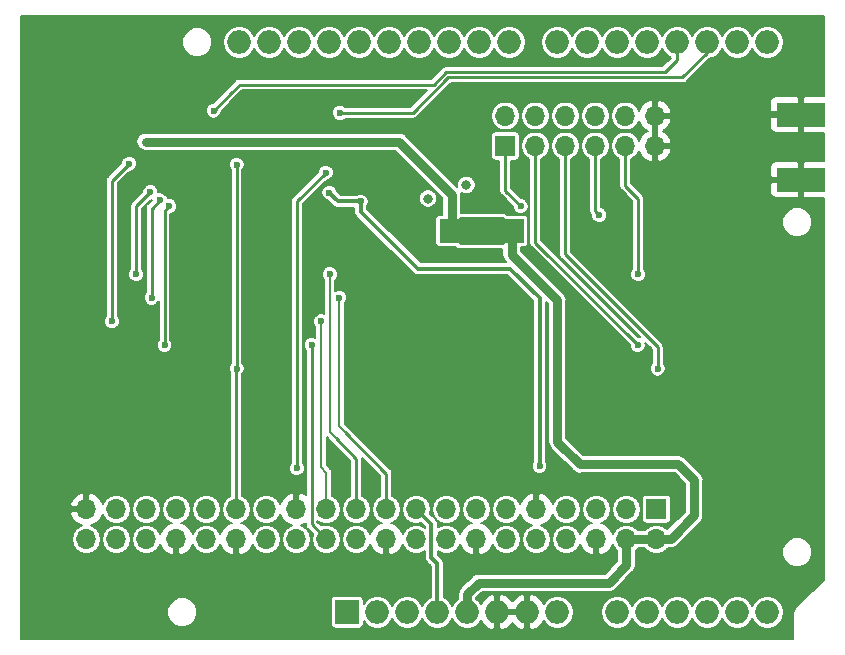
<source format=gbl>
G04 #@! TF.GenerationSoftware,KiCad,Pcbnew,(5.0.0)*
G04 #@! TF.CreationDate,2018-10-04T08:41:42-07:00*
G04 #@! TF.ProjectId,LoRaShield,4C6F5261536869656C642E6B69636164,rev?*
G04 #@! TF.SameCoordinates,PX69db1f0PY7882d48*
G04 #@! TF.FileFunction,Copper,L2,Bot,Signal*
G04 #@! TF.FilePolarity,Positive*
%FSLAX46Y46*%
G04 Gerber Fmt 4.6, Leading zero omitted, Abs format (unit mm)*
G04 Created by KiCad (PCBNEW (5.0.0)) date 10/04/18 08:41:42*
%MOMM*%
%LPD*%
G01*
G04 APERTURE LIST*
G04 #@! TA.AperFunction,EtchedComponent*
%ADD10C,0.304800*%
G04 #@! TD*
G04 #@! TA.AperFunction,ViaPad*
%ADD11C,0.838200*%
G04 #@! TD*
G04 #@! TA.AperFunction,SMDPad,CuDef*
%ADD12R,4.064000X2.000000*%
G04 #@! TD*
G04 #@! TA.AperFunction,ComponentPad*
%ADD13R,1.700000X1.700000*%
G04 #@! TD*
G04 #@! TA.AperFunction,ComponentPad*
%ADD14O,1.700000X1.700000*%
G04 #@! TD*
G04 #@! TA.AperFunction,SMDPad,CuDef*
%ADD15R,1.998980X1.998980*%
G04 #@! TD*
G04 #@! TA.AperFunction,ComponentPad*
%ADD16O,2.000000X2.000000*%
G04 #@! TD*
G04 #@! TA.AperFunction,ComponentPad*
%ADD17R,2.000000X2.000000*%
G04 #@! TD*
G04 #@! TA.AperFunction,ViaPad*
%ADD18C,0.600000*%
G04 #@! TD*
G04 #@! TA.AperFunction,Conductor*
%ADD19C,0.800000*%
G04 #@! TD*
G04 #@! TA.AperFunction,Conductor*
%ADD20C,0.350000*%
G04 #@! TD*
G04 #@! TA.AperFunction,Conductor*
%ADD21C,0.250000*%
G04 #@! TD*
G04 #@! TA.AperFunction,Conductor*
%ADD22C,0.200000*%
G04 #@! TD*
G04 #@! TA.AperFunction,Conductor*
%ADD23C,0.150000*%
G04 #@! TD*
G04 APERTURE END LIST*
D10*
G04 #@! TO.C,NT1*
X37432000Y33984000D02*
X40988000Y33984000D01*
X40988000Y34238000D02*
X37432000Y34238000D01*
X37432000Y34492000D02*
X40988000Y34492000D01*
X40988000Y34746000D02*
X37432000Y34746000D01*
X37432000Y35000000D02*
X40988000Y35000000D01*
X40988000Y35254000D02*
X37432000Y35254000D01*
X37432000Y35508000D02*
X40988000Y35508000D01*
X40988000Y35762000D02*
X37432000Y35762000D01*
X37432000Y36016000D02*
X40988000Y36016000D01*
G04 #@! TD*
D11*
G04 #@! TO.N,N/C*
G04 #@! TO.C,REF\002A\002A*
X37910000Y38900000D03*
G04 #@! TD*
G04 #@! TO.N,N/C*
G04 #@! TO.C,REF\002A\002A*
X34660000Y37750000D03*
G04 #@! TD*
G04 #@! TO.N,GND*
G04 #@! TO.C,REF\002A\002A*
X21110000Y22800000D03*
G04 #@! TD*
G04 #@! TO.N,GND*
G04 #@! TO.C,REF\002A\002A*
X21110000Y15800000D03*
G04 #@! TD*
G04 #@! TO.N,GND*
G04 #@! TO.C,REF\002A\002A*
X21110000Y18800000D03*
G04 #@! TD*
G04 #@! TO.N,GND*
G04 #@! TO.C,REF\002A\002A*
X38110000Y29550000D03*
G04 #@! TD*
G04 #@! TO.N,GND*
G04 #@! TO.C,REF\002A\002A*
X38110000Y26550000D03*
G04 #@! TD*
G04 #@! TO.N,GND*
G04 #@! TO.C,REF\002A\002A*
X34110000Y29550000D03*
G04 #@! TD*
G04 #@! TO.N,GND*
G04 #@! TO.C,REF\002A\002A*
X34110000Y26550000D03*
G04 #@! TD*
G04 #@! TO.N,GND*
G04 #@! TO.C,REF\002A\002A*
X30110000Y26550000D03*
G04 #@! TD*
G04 #@! TO.N,GND*
G04 #@! TO.C,REF\002A\002A*
X30110000Y29550000D03*
G04 #@! TD*
G04 #@! TO.N,GND*
G04 #@! TO.C,REF\002A\002A*
X52110000Y20800000D03*
G04 #@! TD*
G04 #@! TO.N,GND*
G04 #@! TO.C,REF\002A\002A*
X52110000Y16800000D03*
G04 #@! TD*
G04 #@! TO.N,GND*
G04 #@! TO.C,REF\002A\002A*
X55110000Y20800000D03*
G04 #@! TD*
G04 #@! TO.N,GND*
G04 #@! TO.C,REF\002A\002A*
X55110000Y16800000D03*
G04 #@! TD*
G04 #@! TO.N,GND*
G04 #@! TO.C,REF\002A\002A*
X31110000Y37800000D03*
G04 #@! TD*
G04 #@! TO.N,GND*
G04 #@! TO.C,REF\002A\002A*
X33110000Y43800000D03*
G04 #@! TD*
G04 #@! TO.N,GND*
G04 #@! TO.C,REF\002A\002A*
X37110000Y43800000D03*
G04 #@! TD*
G04 #@! TO.N,GND*
G04 #@! TO.C,REF\002A\002A*
X12110000Y49800000D03*
G04 #@! TD*
G04 #@! TO.N,GND*
G04 #@! TO.C,REF\002A\002A*
X12110000Y45800000D03*
G04 #@! TD*
G04 #@! TO.N,GND*
G04 #@! TO.C,REF\002A\002A*
X21110000Y40800000D03*
G04 #@! TD*
G04 #@! TO.N,GND*
G04 #@! TO.C,REF\002A\002A*
X25110000Y40800000D03*
G04 #@! TD*
G04 #@! TO.N,GND*
G04 #@! TO.C,REF\002A\002A*
X30110000Y32800000D03*
G04 #@! TD*
G04 #@! TO.N,GND*
G04 #@! TO.C,REF\002A\002A*
X34110000Y32800000D03*
G04 #@! TD*
G04 #@! TO.N,GND*
G04 #@! TO.C,REF\002A\002A*
X20110000Y45800000D03*
G04 #@! TD*
G04 #@! TO.N,GND*
G04 #@! TO.C,REF\002A\002A*
X24110000Y45800000D03*
G04 #@! TD*
G04 #@! TO.N,GND*
G04 #@! TO.C,REF\002A\002A*
X21110000Y36800000D03*
G04 #@! TD*
G04 #@! TO.N,GND*
G04 #@! TO.C,REF\002A\002A*
X25110000Y36800000D03*
G04 #@! TD*
G04 #@! TO.N,GND*
G04 #@! TO.C,REF\002A\002A*
X4110000Y2800000D03*
G04 #@! TD*
G04 #@! TO.N,GND*
G04 #@! TO.C,REF\002A\002A*
X8110000Y2800000D03*
G04 #@! TD*
G04 #@! TO.N,GND*
G04 #@! TO.C,REF\002A\002A*
X18110000Y2800000D03*
G04 #@! TD*
G04 #@! TO.N,GND*
G04 #@! TO.C,REF\002A\002A*
X22110000Y2800000D03*
G04 #@! TD*
G04 #@! TO.N,GND*
G04 #@! TO.C,REF\002A\002A*
X38110000Y22800000D03*
G04 #@! TD*
G04 #@! TO.N,GND*
G04 #@! TO.C,REF\002A\002A*
X38110000Y18800000D03*
G04 #@! TD*
G04 #@! TO.N,GND*
G04 #@! TO.C,REF\002A\002A*
X42110000Y15800000D03*
G04 #@! TD*
G04 #@! TO.N,GND*
G04 #@! TO.C,REF\002A\002A*
X42110000Y22800000D03*
G04 #@! TD*
G04 #@! TO.N,GND*
G04 #@! TO.C,REF\002A\002A*
X29110000Y22800000D03*
G04 #@! TD*
G04 #@! TO.N,GND*
G04 #@! TO.C,REF\002A\002A*
X29110000Y18800000D03*
G04 #@! TD*
G04 #@! TO.N,GND*
G04 #@! TO.C,REF\002A\002A*
X33110000Y18800000D03*
G04 #@! TD*
G04 #@! TO.N,GND*
G04 #@! TO.C,REF\002A\002A*
X33110000Y22800000D03*
G04 #@! TD*
G04 #@! TO.N,GND*
G04 #@! TO.C,REF\002A\002A*
X2110000Y49800000D03*
G04 #@! TD*
G04 #@! TO.N,GND*
G04 #@! TO.C,REF\002A\002A*
X2110000Y45800000D03*
G04 #@! TD*
G04 #@! TO.N,GND*
G04 #@! TO.C,REF\002A\002A*
X2110000Y41800000D03*
G04 #@! TD*
G04 #@! TO.N,GND*
G04 #@! TO.C,REF\002A\002A*
X7110000Y45800000D03*
G04 #@! TD*
G04 #@! TO.N,GND*
G04 #@! TO.C,REF\002A\002A*
X7110000Y41800000D03*
G04 #@! TD*
G04 #@! TO.N,GND*
G04 #@! TO.C,REF\002A\002A*
X7110000Y51500000D03*
G04 #@! TD*
G04 #@! TO.N,GND*
G04 #@! TO.C,REF\002A\002A*
X12110000Y19800000D03*
G04 #@! TD*
G04 #@! TO.N,GND*
G04 #@! TO.C,REF\002A\002A*
X12110000Y15800000D03*
G04 #@! TD*
G04 #@! TO.N,GND*
G04 #@! TO.C,REF\002A\002A*
X12110000Y23800000D03*
G04 #@! TD*
G04 #@! TO.N,GND*
G04 #@! TO.C,REF\002A\002A*
X7110000Y19800000D03*
G04 #@! TD*
G04 #@! TO.N,GND*
G04 #@! TO.C,REF\002A\002A*
X7110000Y15800000D03*
G04 #@! TD*
G04 #@! TO.N,GND*
G04 #@! TO.C,REF\002A\002A*
X7110000Y23800000D03*
G04 #@! TD*
G04 #@! TO.N,GND*
G04 #@! TO.C,REF\002A\002A*
X63110000Y46800000D03*
G04 #@! TD*
G04 #@! TO.N,GND*
G04 #@! TO.C,REF\002A\002A*
X59110000Y46800000D03*
G04 #@! TD*
G04 #@! TO.N,GND*
G04 #@! TO.C,REF\002A\002A*
X59110000Y42800000D03*
G04 #@! TD*
G04 #@! TO.N,GND*
G04 #@! TO.C,REF\002A\002A*
X59110000Y36800000D03*
G04 #@! TD*
G04 #@! TO.N,GND*
G04 #@! TO.C,REF\002A\002A*
X59110000Y32800000D03*
G04 #@! TD*
G04 #@! TO.N,GND*
G04 #@! TO.C,REF\002A\002A*
X59110000Y24800000D03*
G04 #@! TD*
G04 #@! TO.N,GND*
G04 #@! TO.C,REF\002A\002A*
X59110000Y28800000D03*
G04 #@! TD*
G04 #@! TO.N,GND*
G04 #@! TO.C,REF\002A\002A*
X59110000Y12800000D03*
G04 #@! TD*
G04 #@! TO.N,GND*
G04 #@! TO.C,REF\002A\002A*
X59110000Y8800000D03*
G04 #@! TD*
G04 #@! TO.N,GND*
G04 #@! TO.C,REF\002A\002A*
X59110000Y16800000D03*
G04 #@! TD*
G04 #@! TO.N,GND*
G04 #@! TO.C,REF\002A\002A*
X59110000Y20800000D03*
G04 #@! TD*
G04 #@! TO.N,GND*
G04 #@! TO.C,REF\002A\002A*
X63110000Y36800000D03*
G04 #@! TD*
G04 #@! TO.N,GND*
G04 #@! TO.C,REF\002A\002A*
X63110000Y32800000D03*
G04 #@! TD*
G04 #@! TO.N,GND*
G04 #@! TO.C,REF\002A\002A*
X63110000Y24800000D03*
G04 #@! TD*
G04 #@! TO.N,GND*
G04 #@! TO.C,REF\002A\002A*
X63110000Y28800000D03*
G04 #@! TD*
G04 #@! TO.N,GND*
G04 #@! TO.C,REF\002A\002A*
X63110000Y12800000D03*
G04 #@! TD*
G04 #@! TO.N,GND*
G04 #@! TO.C,REF\002A\002A*
X63110000Y8800000D03*
G04 #@! TD*
G04 #@! TO.N,GND*
G04 #@! TO.C,REF\002A\002A*
X63110000Y16800000D03*
G04 #@! TD*
G04 #@! TO.N,GND*
G04 #@! TO.C,REF\002A\002A*
X63110000Y20800000D03*
G04 #@! TD*
D12*
G04 #@! TO.P,J1,GND*
G04 #@! TO.N,GND*
X66260000Y39338000D03*
X66260000Y44862000D03*
G04 #@! TD*
D13*
G04 #@! TO.P,J2,1*
G04 #@! TO.N,+3.3VP*
X54002000Y11450000D03*
D14*
G04 #@! TO.P,J2,2*
G04 #@! TO.N,+5V*
X54002000Y8910000D03*
G04 #@! TO.P,J2,3*
G04 #@! TO.N,N/C*
X51462000Y11450000D03*
G04 #@! TO.P,J2,4*
G04 #@! TO.N,+5V*
X51462000Y8910000D03*
G04 #@! TO.P,J2,5*
G04 #@! TO.N,N/C*
X48922000Y11450000D03*
G04 #@! TO.P,J2,6*
G04 #@! TO.N,GND*
X48922000Y8910000D03*
G04 #@! TO.P,J2,7*
G04 #@! TO.N,N/C*
X46382000Y11450000D03*
G04 #@! TO.P,J2,8*
X46382000Y8910000D03*
G04 #@! TO.P,J2,9*
G04 #@! TO.N,GND*
X43842000Y11450000D03*
G04 #@! TO.P,J2,10*
G04 #@! TO.N,N/C*
X43842000Y8910000D03*
G04 #@! TO.P,J2,11*
X41302000Y11450000D03*
G04 #@! TO.P,J2,12*
X41302000Y8910000D03*
G04 #@! TO.P,J2,13*
X38762000Y11450000D03*
G04 #@! TO.P,J2,14*
G04 #@! TO.N,GND*
X38762000Y8910000D03*
G04 #@! TO.P,J2,15*
G04 #@! TO.N,N/C*
X36222000Y11450000D03*
G04 #@! TO.P,J2,16*
X36222000Y8910000D03*
G04 #@! TO.P,J2,17*
G04 #@! TO.N,+3.3VP*
X33682000Y11450000D03*
G04 #@! TO.P,J2,18*
G04 #@! TO.N,N/C*
X33682000Y8910000D03*
G04 #@! TO.P,J2,19*
G04 #@! TO.N,/RFM_MOSI*
X31142000Y11450000D03*
G04 #@! TO.P,J2,20*
G04 #@! TO.N,GND*
X31142000Y8910000D03*
G04 #@! TO.P,J2,21*
G04 #@! TO.N,/RFM_MISO*
X28602000Y11450000D03*
G04 #@! TO.P,J2,22*
G04 #@! TO.N,N/C*
X28602000Y8910000D03*
G04 #@! TO.P,J2,23*
G04 #@! TO.N,/RFM_SCK*
X26062000Y11450000D03*
G04 #@! TO.P,J2,24*
G04 #@! TO.N,/RFM_SS*
X26062000Y8910000D03*
G04 #@! TO.P,J2,25*
G04 #@! TO.N,GND*
X23522000Y11450000D03*
G04 #@! TO.P,J2,26*
G04 #@! TO.N,N/C*
X23522000Y8910000D03*
G04 #@! TO.P,J2,27*
X20982000Y11450000D03*
G04 #@! TO.P,J2,28*
X20982000Y8910000D03*
G04 #@! TO.P,J2,29*
G04 #@! TO.N,/RFM_RST*
X18442000Y11450000D03*
G04 #@! TO.P,J2,30*
G04 #@! TO.N,GND*
X18442000Y8910000D03*
G04 #@! TO.P,J2,31*
G04 #@! TO.N,/RFM_DIO0*
X15902000Y11450000D03*
G04 #@! TO.P,J2,32*
G04 #@! TO.N,N/C*
X15902000Y8910000D03*
G04 #@! TO.P,J2,33*
X13362000Y11450000D03*
G04 #@! TO.P,J2,34*
G04 #@! TO.N,GND*
X13362000Y8910000D03*
G04 #@! TO.P,J2,35*
G04 #@! TO.N,N/C*
X10822000Y11450000D03*
G04 #@! TO.P,J2,36*
X10822000Y8910000D03*
G04 #@! TO.P,J2,37*
X8282000Y11450000D03*
G04 #@! TO.P,J2,38*
X8282000Y8910000D03*
G04 #@! TO.P,J2,39*
G04 #@! TO.N,GND*
X5742000Y11450000D03*
G04 #@! TO.P,J2,40*
G04 #@! TO.N,N/C*
X5742000Y8910000D03*
G04 #@! TD*
D13*
G04 #@! TO.P,J3,1*
G04 #@! TO.N,/RFM_DIO5*
X41210000Y42200000D03*
D14*
G04 #@! TO.P,J3,2*
G04 #@! TO.N,DIO5*
X41210000Y44740000D03*
G04 #@! TO.P,J3,3*
G04 #@! TO.N,/RFM_DIO4*
X43750000Y42200000D03*
G04 #@! TO.P,J3,4*
G04 #@! TO.N,DIO4*
X43750000Y44740000D03*
G04 #@! TO.P,J3,5*
G04 #@! TO.N,/RFM_DIO3*
X46290000Y42200000D03*
G04 #@! TO.P,J3,6*
G04 #@! TO.N,DIO3*
X46290000Y44740000D03*
G04 #@! TO.P,J3,7*
G04 #@! TO.N,/RFM_DIO2*
X48830000Y42200000D03*
G04 #@! TO.P,J3,8*
G04 #@! TO.N,DIO2*
X48830000Y44740000D03*
G04 #@! TO.P,J3,9*
G04 #@! TO.N,/RFM_DIO1*
X51370000Y42200000D03*
G04 #@! TO.P,J3,10*
G04 #@! TO.N,DIO1*
X51370000Y44740000D03*
G04 #@! TO.P,J3,11*
G04 #@! TO.N,GND*
X53910000Y42200000D03*
G04 #@! TO.P,J3,12*
X53910000Y44740000D03*
G04 #@! TD*
D15*
G04 #@! TO.P,NT1,2*
G04 #@! TO.N,VBUS*
X36670000Y35000000D03*
G04 #@! TO.P,NT1,1*
G04 #@! TO.N,+5V*
X41750000Y35000000D03*
G04 #@! TD*
D16*
G04 #@! TO.P,A1,16*
G04 #@! TO.N,N/C*
X60856000Y50978000D03*
G04 #@! TO.P,A1,15*
X63396000Y50978000D03*
G04 #@! TO.P,A1,30*
X23776000Y50978000D03*
G04 #@! TO.P,A1,14*
X63396000Y2718000D03*
G04 #@! TO.P,A1,29*
X26316000Y50978000D03*
G04 #@! TO.P,A1,13*
X60856000Y2718000D03*
G04 #@! TO.P,A1,28*
G04 #@! TO.N,SCK*
X28856000Y50978000D03*
G04 #@! TO.P,A1,12*
G04 #@! TO.N,N/C*
X58316000Y2718000D03*
G04 #@! TO.P,A1,27*
G04 #@! TO.N,MISO*
X31396000Y50978000D03*
G04 #@! TO.P,A1,11*
G04 #@! TO.N,N/C*
X55776000Y2718000D03*
G04 #@! TO.P,A1,26*
G04 #@! TO.N,MOSI*
X33936000Y50978000D03*
G04 #@! TO.P,A1,10*
G04 #@! TO.N,N/C*
X53236000Y2718000D03*
G04 #@! TO.P,A1,25*
G04 #@! TO.N,SS*
X36476000Y50978000D03*
G04 #@! TO.P,A1,9*
G04 #@! TO.N,N/C*
X50696000Y2718000D03*
G04 #@! TO.P,A1,24*
X39016000Y50978000D03*
G04 #@! TO.P,A1,8*
X45616000Y2718000D03*
G04 #@! TO.P,A1,23*
X41556000Y50978000D03*
G04 #@! TO.P,A1,7*
G04 #@! TO.N,GND*
X43076000Y2718000D03*
G04 #@! TO.P,A1,22*
G04 #@! TO.N,N/C*
X45616000Y50978000D03*
G04 #@! TO.P,A1,6*
G04 #@! TO.N,GND*
X40536000Y2718000D03*
G04 #@! TO.P,A1,21*
G04 #@! TO.N,N/C*
X48156000Y50978000D03*
G04 #@! TO.P,A1,5*
G04 #@! TO.N,+5V*
X37996000Y2718000D03*
G04 #@! TO.P,A1,20*
G04 #@! TO.N,N/C*
X50696000Y50978000D03*
G04 #@! TO.P,A1,4*
G04 #@! TO.N,+3.3VP*
X35456000Y2718000D03*
G04 #@! TO.P,A1,19*
G04 #@! TO.N,N/C*
X53236000Y50978000D03*
G04 #@! TO.P,A1,3*
X32916000Y2718000D03*
G04 #@! TO.P,A1,18*
G04 #@! TO.N,RADIO_RESET*
X55776000Y50978000D03*
G04 #@! TO.P,A1,2*
G04 #@! TO.N,N/C*
X30376000Y2718000D03*
G04 #@! TO.P,A1,17*
G04 #@! TO.N,DIO0*
X58316000Y50978000D03*
D17*
G04 #@! TO.P,A1,1*
G04 #@! TO.N,N/C*
X27836000Y2718000D03*
D16*
G04 #@! TO.P,A1,31*
X21236000Y50978000D03*
G04 #@! TO.P,A1,32*
X18696000Y50978000D03*
G04 #@! TD*
D18*
G04 #@! TO.N,+5V*
X45610000Y27350000D03*
G04 #@! TO.N,+3V3*
X28960000Y37500000D03*
X26310000Y38250000D03*
G04 #@! TO.N,RADIO_RESET*
X16510000Y45200000D03*
G04 #@! TO.N,DIO0*
X27210000Y45000000D03*
G04 #@! TO.N,/RFM_MISO*
X11160000Y38300000D03*
X9960000Y31350000D03*
X26360000Y31350000D03*
G04 #@! TO.N,/RFM_MOSI*
X11960000Y37600000D03*
X11260000Y29350000D03*
X27160000Y29350000D03*
G04 #@! TO.N,/RFM_SCK*
X9360000Y40700000D03*
X7910000Y27350000D03*
X25610000Y27350000D03*
G04 #@! TO.N,/RFM_SS*
X12760000Y37100000D03*
X12360000Y25350000D03*
X24810000Y25350000D03*
G04 #@! TO.N,/RFM_RST*
X18460000Y40600000D03*
X18460000Y23350000D03*
G04 #@! TO.N,/RFM_DIO5*
X42510000Y37100000D03*
G04 #@! TO.N,/RFM_DIO4*
X52410000Y25350000D03*
G04 #@! TO.N,/RFM_DIO2*
X49160000Y36350000D03*
G04 #@! TO.N,/RFM_DIO0*
X23560000Y14900000D03*
X26010000Y39950000D03*
G04 #@! TO.N,/RFM_DIO1*
X52460000Y31350000D03*
G04 #@! TO.N,/RFM_DIO3*
X54110000Y23350000D03*
G04 #@! TO.N,+3V3*
X44110000Y15100000D03*
G04 #@! TO.N,VBUS*
X10760000Y42550000D03*
X24860000Y42550000D03*
G04 #@! TD*
D19*
G04 #@! TO.N,+5V*
X51462000Y8910000D02*
X54002000Y8910000D01*
X37996000Y2718000D02*
X37996000Y4236000D01*
X51462000Y6702000D02*
X51462000Y8910000D01*
X49960000Y5200000D02*
X51462000Y6702000D01*
X38960000Y5200000D02*
X49960000Y5200000D01*
X37996000Y4236000D02*
X38960000Y5200000D01*
X45610000Y27350000D02*
X45610000Y29150000D01*
X41750000Y33010000D02*
X41750000Y35000000D01*
X45610000Y29150000D02*
X41750000Y33010000D01*
X55204081Y8910000D02*
X57210000Y10915919D01*
X54002000Y8910000D02*
X55204081Y8910000D01*
X57210000Y10915919D02*
X57210000Y13900000D01*
X57210000Y13900000D02*
X55860000Y15250000D01*
X55860000Y15250000D02*
X47510000Y15250000D01*
X45610000Y17150000D02*
X45610000Y27350000D01*
X47510000Y15250000D02*
X45610000Y17150000D01*
D20*
G04 #@! TO.N,+3V3*
X28960000Y37500000D02*
X27060000Y37500000D01*
X27060000Y37500000D02*
X26310000Y38250000D01*
D21*
G04 #@! TO.N,RADIO_RESET*
X55776000Y50978000D02*
X55776000Y49516002D01*
X16510000Y45200000D02*
X18060000Y46750000D01*
X18710000Y47400000D02*
X18060000Y46750000D01*
X35151602Y47400000D02*
X18710000Y47400000D01*
X36201604Y48450002D02*
X35151602Y47400000D01*
X54710000Y48450002D02*
X36201604Y48450002D01*
X55776000Y49516002D02*
X54710000Y48450002D01*
G04 #@! TO.N,DIO0*
X58316000Y50978000D02*
X58316000Y50106000D01*
X33388000Y45000000D02*
X27210000Y45000000D01*
X36388000Y48000000D02*
X33388000Y45000000D01*
X56210000Y48000000D02*
X36388000Y48000000D01*
X58316000Y50106000D02*
X56210000Y48000000D01*
G04 #@! TO.N,/RFM_MISO*
X9960000Y37100000D02*
X11160000Y38300000D01*
X9960000Y31350000D02*
X9960000Y37100000D01*
X28602000Y11450000D02*
X28602000Y15708000D01*
X28602000Y15708000D02*
X26860000Y17450000D01*
D22*
X26360000Y17950000D02*
X26360000Y31350000D01*
X26860000Y17450000D02*
X26360000Y17950000D01*
D21*
G04 #@! TO.N,/RFM_MOSI*
X11260000Y36900000D02*
X11960000Y37600000D01*
X11260000Y29350000D02*
X11260000Y36900000D01*
X31142000Y14468000D02*
X31142000Y11450000D01*
X27660000Y17950000D02*
X31142000Y14468000D01*
D22*
X27160000Y18450000D02*
X27660000Y17950000D01*
X27160000Y29350000D02*
X27160000Y18450000D01*
D21*
G04 #@! TO.N,/RFM_SCK*
X7910000Y39250000D02*
X9360000Y40700000D01*
X7910000Y27350000D02*
X7910000Y39250000D01*
D22*
X25610000Y27350000D02*
X25610000Y15000000D01*
X26062000Y14548000D02*
X26062000Y11450000D01*
X25610000Y15000000D02*
X26062000Y14548000D01*
D21*
G04 #@! TO.N,/RFM_SS*
X12360000Y36700000D02*
X12760000Y37100000D01*
X12360000Y25350000D02*
X12360000Y36700000D01*
X26062000Y8910000D02*
X24810000Y10162000D01*
X24810000Y10162000D02*
X24810000Y25350000D01*
G04 #@! TO.N,/RFM_RST*
X18460000Y36400000D02*
X18460000Y40600000D01*
X18460000Y23350000D02*
X18460000Y36400000D01*
X18442000Y11450000D02*
X18442000Y23332000D01*
X18442000Y23332000D02*
X18460000Y23350000D01*
G04 #@! TO.N,/RFM_DIO5*
X41210000Y42200000D02*
X41210000Y38400000D01*
X41210000Y38400000D02*
X42510000Y37100000D01*
G04 #@! TO.N,/RFM_DIO4*
X43750000Y34010000D02*
X43750000Y42200000D01*
X52410000Y25350000D02*
X43750000Y34010000D01*
G04 #@! TO.N,/RFM_DIO2*
X48830000Y42200000D02*
X48830000Y36680000D01*
X48830000Y36680000D02*
X49160000Y36350000D01*
G04 #@! TO.N,/RFM_DIO0*
X23560000Y37500000D02*
X26010000Y39950000D01*
X23560000Y37500000D02*
X23560000Y14900000D01*
G04 #@! TO.N,/RFM_DIO1*
X51370000Y38840000D02*
X51370000Y42200000D01*
X52460000Y37750000D02*
X51370000Y38840000D01*
X52460000Y31350000D02*
X52460000Y37750000D01*
G04 #@! TO.N,/RFM_DIO3*
X46290000Y33020000D02*
X46290000Y42200000D01*
X54110000Y25200000D02*
X46290000Y33020000D01*
X54110000Y23350000D02*
X54110000Y25200000D01*
D20*
G04 #@! TO.N,+3V3*
X28960000Y37500000D02*
X28960000Y36650000D01*
X28960000Y36650000D02*
X33810000Y31800000D01*
X33810000Y31800000D02*
X41610000Y31800000D01*
X41610000Y31800000D02*
X44110000Y29300000D01*
X44110000Y29300000D02*
X44110000Y15100000D01*
D19*
G04 #@! TO.N,VBUS*
X24860000Y42550000D02*
X32210000Y42550000D01*
X10760000Y42550000D02*
X24860000Y42550000D01*
X36670000Y38090000D02*
X32210000Y42550000D01*
X36670000Y35000000D02*
X36670000Y38090000D01*
D20*
G04 #@! TO.N,+3.3VP*
X35456000Y6854000D02*
X35456000Y2718000D01*
X34960000Y7350000D02*
X35456000Y6854000D01*
X33682000Y11450000D02*
X34960000Y10172000D01*
X34960000Y10172000D02*
X34960000Y7350000D01*
G04 #@! TD*
D23*
G04 #@! TO.N,GND*
G36*
X68160001Y46445000D02*
X66584750Y46445000D01*
X66439000Y46299250D01*
X66439000Y45041000D01*
X66459000Y45041000D01*
X66459000Y44683000D01*
X66439000Y44683000D01*
X66439000Y43424750D01*
X66584750Y43279000D01*
X68160001Y43279000D01*
X68160001Y40921000D01*
X66584750Y40921000D01*
X66439000Y40775250D01*
X66439000Y39517000D01*
X66459000Y39517000D01*
X66459000Y39159000D01*
X66439000Y39159000D01*
X66439000Y37900750D01*
X66584750Y37755000D01*
X68160001Y37755000D01*
X68160000Y5436397D01*
X65773143Y3049538D01*
X65735569Y3024432D01*
X65650422Y2897000D01*
X65636110Y2875581D01*
X65601184Y2700000D01*
X65610001Y2655675D01*
X65610000Y500000D01*
X210000Y500000D01*
X210000Y2969624D01*
X12601000Y2969624D01*
X12601000Y2466376D01*
X12793585Y2001435D01*
X13149435Y1645585D01*
X13614376Y1453000D01*
X14117624Y1453000D01*
X14582565Y1645585D01*
X14938415Y2001435D01*
X15131000Y2466376D01*
X15131000Y2969624D01*
X14938415Y3434565D01*
X14582565Y3790415D01*
X14117624Y3983000D01*
X13614376Y3983000D01*
X13149435Y3790415D01*
X12793585Y3434565D01*
X12601000Y2969624D01*
X210000Y2969624D01*
X210000Y11050787D01*
X4365715Y11050787D01*
X4623251Y10554494D01*
X5051106Y10194534D01*
X5333228Y10077690D01*
X5264029Y10063925D01*
X4858824Y9793176D01*
X4588075Y9387971D01*
X4493001Y8910000D01*
X4588075Y8432029D01*
X4858824Y8026824D01*
X5264029Y7756075D01*
X5621348Y7685000D01*
X5862652Y7685000D01*
X6219971Y7756075D01*
X6625176Y8026824D01*
X6895925Y8432029D01*
X6990999Y8910000D01*
X7033001Y8910000D01*
X7128075Y8432029D01*
X7398824Y8026824D01*
X7804029Y7756075D01*
X8161348Y7685000D01*
X8402652Y7685000D01*
X8759971Y7756075D01*
X9165176Y8026824D01*
X9435925Y8432029D01*
X9530999Y8910000D01*
X9573001Y8910000D01*
X9668075Y8432029D01*
X9938824Y8026824D01*
X10344029Y7756075D01*
X10701348Y7685000D01*
X10942652Y7685000D01*
X11299971Y7756075D01*
X11705176Y8026824D01*
X11975925Y8432029D01*
X11989963Y8502601D01*
X12243251Y8014494D01*
X12671106Y7654534D01*
X12962789Y7533730D01*
X13183000Y7635256D01*
X13183000Y8731000D01*
X13163000Y8731000D01*
X13163000Y9089000D01*
X13183000Y9089000D01*
X13183000Y9109000D01*
X13541000Y9109000D01*
X13541000Y9089000D01*
X13561000Y9089000D01*
X13561000Y8731000D01*
X13541000Y8731000D01*
X13541000Y7635256D01*
X13761211Y7533730D01*
X14052894Y7654534D01*
X14480749Y8014494D01*
X14734037Y8502601D01*
X14748075Y8432029D01*
X15018824Y8026824D01*
X15424029Y7756075D01*
X15781348Y7685000D01*
X16022652Y7685000D01*
X16379971Y7756075D01*
X16785176Y8026824D01*
X17055925Y8432029D01*
X17069963Y8502601D01*
X17323251Y8014494D01*
X17751106Y7654534D01*
X18042789Y7533730D01*
X18263000Y7635256D01*
X18263000Y8731000D01*
X18243000Y8731000D01*
X18243000Y9089000D01*
X18263000Y9089000D01*
X18263000Y9109000D01*
X18621000Y9109000D01*
X18621000Y9089000D01*
X18641000Y9089000D01*
X18641000Y8731000D01*
X18621000Y8731000D01*
X18621000Y7635256D01*
X18841211Y7533730D01*
X19132894Y7654534D01*
X19560749Y8014494D01*
X19814037Y8502601D01*
X19828075Y8432029D01*
X20098824Y8026824D01*
X20504029Y7756075D01*
X20861348Y7685000D01*
X21102652Y7685000D01*
X21459971Y7756075D01*
X21865176Y8026824D01*
X22135925Y8432029D01*
X22230999Y8910000D01*
X22135925Y9387971D01*
X21865176Y9793176D01*
X21459971Y10063925D01*
X21102652Y10135000D01*
X20861348Y10135000D01*
X20504029Y10063925D01*
X20098824Y9793176D01*
X19828075Y9387971D01*
X19814037Y9317399D01*
X19560749Y9805506D01*
X19132894Y10165466D01*
X18850772Y10282310D01*
X18919971Y10296075D01*
X19325176Y10566824D01*
X19595925Y10972029D01*
X19690999Y11450000D01*
X19595925Y11927971D01*
X19325176Y12333176D01*
X18942000Y12589206D01*
X18942000Y15034266D01*
X22885000Y15034266D01*
X22885000Y14765734D01*
X22987763Y14517643D01*
X23177643Y14327763D01*
X23425734Y14225000D01*
X23694266Y14225000D01*
X23942357Y14327763D01*
X24132237Y14517643D01*
X24235000Y14765734D01*
X24235000Y15034266D01*
X24132237Y15282357D01*
X24060000Y15354594D01*
X24060000Y37292894D01*
X26042107Y39275000D01*
X26144266Y39275000D01*
X26392357Y39377763D01*
X26582237Y39567643D01*
X26685000Y39815734D01*
X26685000Y40084266D01*
X26582237Y40332357D01*
X26392357Y40522237D01*
X26144266Y40625000D01*
X25875734Y40625000D01*
X25627643Y40522237D01*
X25437763Y40332357D01*
X25335000Y40084266D01*
X25335000Y39982107D01*
X23241270Y37888377D01*
X23199520Y37860480D01*
X23089011Y37695089D01*
X23060980Y37554170D01*
X23050205Y37500000D01*
X23060000Y37450759D01*
X23060001Y15354595D01*
X22987763Y15282357D01*
X22885000Y15034266D01*
X18942000Y15034266D01*
X18942000Y22877406D01*
X19032237Y22967643D01*
X19135000Y23215734D01*
X19135000Y23484266D01*
X19032237Y23732357D01*
X18960000Y23804594D01*
X18960000Y40145406D01*
X19032237Y40217643D01*
X19135000Y40465734D01*
X19135000Y40734266D01*
X19032237Y40982357D01*
X18842357Y41172237D01*
X18594266Y41275000D01*
X18325734Y41275000D01*
X18077643Y41172237D01*
X17887763Y40982357D01*
X17785000Y40734266D01*
X17785000Y40465734D01*
X17887763Y40217643D01*
X17960001Y40145405D01*
X17960000Y36350758D01*
X17960001Y36350753D01*
X17960000Y23804594D01*
X17887763Y23732357D01*
X17785000Y23484266D01*
X17785000Y23215734D01*
X17887763Y22967643D01*
X17942001Y22913405D01*
X17942000Y12589206D01*
X17558824Y12333176D01*
X17288075Y11927971D01*
X17193001Y11450000D01*
X17288075Y10972029D01*
X17558824Y10566824D01*
X17964029Y10296075D01*
X18033228Y10282310D01*
X17751106Y10165466D01*
X17323251Y9805506D01*
X17069963Y9317399D01*
X17055925Y9387971D01*
X16785176Y9793176D01*
X16379971Y10063925D01*
X16022652Y10135000D01*
X15781348Y10135000D01*
X15424029Y10063925D01*
X15018824Y9793176D01*
X14748075Y9387971D01*
X14734037Y9317399D01*
X14480749Y9805506D01*
X14052894Y10165466D01*
X13770772Y10282310D01*
X13839971Y10296075D01*
X14245176Y10566824D01*
X14515925Y10972029D01*
X14610999Y11450000D01*
X14653001Y11450000D01*
X14748075Y10972029D01*
X15018824Y10566824D01*
X15424029Y10296075D01*
X15781348Y10225000D01*
X16022652Y10225000D01*
X16379971Y10296075D01*
X16785176Y10566824D01*
X17055925Y10972029D01*
X17150999Y11450000D01*
X17055925Y11927971D01*
X16785176Y12333176D01*
X16379971Y12603925D01*
X16022652Y12675000D01*
X15781348Y12675000D01*
X15424029Y12603925D01*
X15018824Y12333176D01*
X14748075Y11927971D01*
X14653001Y11450000D01*
X14610999Y11450000D01*
X14515925Y11927971D01*
X14245176Y12333176D01*
X13839971Y12603925D01*
X13482652Y12675000D01*
X13241348Y12675000D01*
X12884029Y12603925D01*
X12478824Y12333176D01*
X12208075Y11927971D01*
X12113001Y11450000D01*
X12208075Y10972029D01*
X12478824Y10566824D01*
X12884029Y10296075D01*
X12953228Y10282310D01*
X12671106Y10165466D01*
X12243251Y9805506D01*
X11989963Y9317399D01*
X11975925Y9387971D01*
X11705176Y9793176D01*
X11299971Y10063925D01*
X10942652Y10135000D01*
X10701348Y10135000D01*
X10344029Y10063925D01*
X9938824Y9793176D01*
X9668075Y9387971D01*
X9573001Y8910000D01*
X9530999Y8910000D01*
X9435925Y9387971D01*
X9165176Y9793176D01*
X8759971Y10063925D01*
X8402652Y10135000D01*
X8161348Y10135000D01*
X7804029Y10063925D01*
X7398824Y9793176D01*
X7128075Y9387971D01*
X7033001Y8910000D01*
X6990999Y8910000D01*
X6895925Y9387971D01*
X6625176Y9793176D01*
X6219971Y10063925D01*
X6150772Y10077690D01*
X6432894Y10194534D01*
X6860749Y10554494D01*
X7114037Y11042601D01*
X7128075Y10972029D01*
X7398824Y10566824D01*
X7804029Y10296075D01*
X8161348Y10225000D01*
X8402652Y10225000D01*
X8759971Y10296075D01*
X9165176Y10566824D01*
X9435925Y10972029D01*
X9530999Y11450000D01*
X9573001Y11450000D01*
X9668075Y10972029D01*
X9938824Y10566824D01*
X10344029Y10296075D01*
X10701348Y10225000D01*
X10942652Y10225000D01*
X11299971Y10296075D01*
X11705176Y10566824D01*
X11975925Y10972029D01*
X12070999Y11450000D01*
X11975925Y11927971D01*
X11705176Y12333176D01*
X11299971Y12603925D01*
X10942652Y12675000D01*
X10701348Y12675000D01*
X10344029Y12603925D01*
X9938824Y12333176D01*
X9668075Y11927971D01*
X9573001Y11450000D01*
X9530999Y11450000D01*
X9435925Y11927971D01*
X9165176Y12333176D01*
X8759971Y12603925D01*
X8402652Y12675000D01*
X8161348Y12675000D01*
X7804029Y12603925D01*
X7398824Y12333176D01*
X7128075Y11927971D01*
X7114037Y11857399D01*
X6860749Y12345506D01*
X6432894Y12705466D01*
X6141211Y12826270D01*
X5921000Y12724744D01*
X5921000Y11629000D01*
X5941000Y11629000D01*
X5941000Y11271000D01*
X5921000Y11271000D01*
X5921000Y11251000D01*
X5563000Y11251000D01*
X5563000Y11271000D01*
X4465959Y11271000D01*
X4365715Y11050787D01*
X210000Y11050787D01*
X210000Y11849213D01*
X4365715Y11849213D01*
X4465959Y11629000D01*
X5563000Y11629000D01*
X5563000Y12724744D01*
X5342789Y12826270D01*
X5051106Y12705466D01*
X4623251Y12345506D01*
X4365715Y11849213D01*
X210000Y11849213D01*
X210000Y27484266D01*
X7235000Y27484266D01*
X7235000Y27215734D01*
X7337763Y26967643D01*
X7527643Y26777763D01*
X7775734Y26675000D01*
X8044266Y26675000D01*
X8292357Y26777763D01*
X8482237Y26967643D01*
X8585000Y27215734D01*
X8585000Y27484266D01*
X8482237Y27732357D01*
X8410000Y27804594D01*
X8410000Y31484266D01*
X9285000Y31484266D01*
X9285000Y31215734D01*
X9387763Y30967643D01*
X9577643Y30777763D01*
X9825734Y30675000D01*
X10094266Y30675000D01*
X10342357Y30777763D01*
X10532237Y30967643D01*
X10635000Y31215734D01*
X10635000Y31484266D01*
X10532237Y31732357D01*
X10460000Y31804594D01*
X10460000Y36892894D01*
X11192107Y37625000D01*
X11277893Y37625000D01*
X10941268Y37288374D01*
X10899521Y37260480D01*
X10825196Y37149243D01*
X10789012Y37095090D01*
X10750205Y36900000D01*
X10760001Y36850754D01*
X10760000Y29804594D01*
X10687763Y29732357D01*
X10585000Y29484266D01*
X10585000Y29215734D01*
X10687763Y28967643D01*
X10877643Y28777763D01*
X11125734Y28675000D01*
X11394266Y28675000D01*
X11642357Y28777763D01*
X11832237Y28967643D01*
X11860000Y29034669D01*
X11860000Y25804594D01*
X11787763Y25732357D01*
X11685000Y25484266D01*
X11685000Y25215734D01*
X11787763Y24967643D01*
X11977643Y24777763D01*
X12225734Y24675000D01*
X12494266Y24675000D01*
X12742357Y24777763D01*
X12932237Y24967643D01*
X13035000Y25215734D01*
X13035000Y25484266D01*
X12932237Y25732357D01*
X12860000Y25804594D01*
X12860000Y36425000D01*
X12894266Y36425000D01*
X13142357Y36527763D01*
X13332237Y36717643D01*
X13435000Y36965734D01*
X13435000Y37234266D01*
X13332237Y37482357D01*
X13142357Y37672237D01*
X12894266Y37775000D01*
X12625734Y37775000D01*
X12619241Y37772311D01*
X12532237Y37982357D01*
X12342357Y38172237D01*
X12094266Y38275000D01*
X11835000Y38275000D01*
X11835000Y38434266D01*
X11732237Y38682357D01*
X11542357Y38872237D01*
X11294266Y38975000D01*
X11025734Y38975000D01*
X10777643Y38872237D01*
X10587763Y38682357D01*
X10485000Y38434266D01*
X10485000Y38332107D01*
X9641268Y37488374D01*
X9599521Y37460480D01*
X9571627Y37418733D01*
X9489012Y37295090D01*
X9450205Y37100000D01*
X9460001Y37050754D01*
X9460000Y31804594D01*
X9387763Y31732357D01*
X9285000Y31484266D01*
X8410000Y31484266D01*
X8410000Y39042894D01*
X9392107Y40025000D01*
X9494266Y40025000D01*
X9742357Y40127763D01*
X9932237Y40317643D01*
X10035000Y40565734D01*
X10035000Y40834266D01*
X9932237Y41082357D01*
X9742357Y41272237D01*
X9494266Y41375000D01*
X9225734Y41375000D01*
X8977643Y41272237D01*
X8787763Y41082357D01*
X8685000Y40834266D01*
X8685000Y40732107D01*
X7591268Y39638374D01*
X7549521Y39610480D01*
X7521627Y39568733D01*
X7439012Y39445090D01*
X7400205Y39250000D01*
X7410001Y39200754D01*
X7410000Y27804594D01*
X7337763Y27732357D01*
X7235000Y27484266D01*
X210000Y27484266D01*
X210000Y42550000D01*
X9969817Y42550000D01*
X10029966Y42247610D01*
X10201256Y41991256D01*
X10457610Y41819966D01*
X10683670Y41775000D01*
X31888985Y41775000D01*
X35895001Y37768984D01*
X35895000Y36381836D01*
X35670510Y36381836D01*
X35524193Y36352732D01*
X35400151Y36269849D01*
X35317268Y36145807D01*
X35288164Y35999490D01*
X35288164Y34000510D01*
X35317268Y33854193D01*
X35400151Y33730151D01*
X35524193Y33647268D01*
X35670510Y33618164D01*
X37042146Y33618164D01*
X37051766Y33603766D01*
X37226219Y33487200D01*
X37380057Y33456600D01*
X40975000Y33456600D01*
X40975000Y33086330D01*
X40959817Y33010000D01*
X40975000Y32933671D01*
X41019966Y32707611D01*
X41191256Y32451256D01*
X41255968Y32408017D01*
X41313985Y32350000D01*
X34037817Y32350000D01*
X29510000Y36877816D01*
X29510000Y37095406D01*
X29532237Y37117643D01*
X29635000Y37365734D01*
X29635000Y37634266D01*
X29532237Y37882357D01*
X29506638Y37907956D01*
X33865900Y37907956D01*
X33865900Y37592044D01*
X33986795Y37300179D01*
X34210179Y37076795D01*
X34502044Y36955900D01*
X34817956Y36955900D01*
X35109821Y37076795D01*
X35333205Y37300179D01*
X35454100Y37592044D01*
X35454100Y37907956D01*
X35333205Y38199821D01*
X35109821Y38423205D01*
X34817956Y38544100D01*
X34502044Y38544100D01*
X34210179Y38423205D01*
X33986795Y38199821D01*
X33865900Y37907956D01*
X29506638Y37907956D01*
X29342357Y38072237D01*
X29094266Y38175000D01*
X28825734Y38175000D01*
X28577643Y38072237D01*
X28555406Y38050000D01*
X27287817Y38050000D01*
X26985000Y38352816D01*
X26985000Y38384266D01*
X26882237Y38632357D01*
X26692357Y38822237D01*
X26444266Y38925000D01*
X26175734Y38925000D01*
X25927643Y38822237D01*
X25737763Y38632357D01*
X25635000Y38384266D01*
X25635000Y38115734D01*
X25737763Y37867643D01*
X25927643Y37677763D01*
X26175734Y37575000D01*
X26207184Y37575000D01*
X26632786Y37149398D01*
X26663472Y37103472D01*
X26845401Y36981911D01*
X27005830Y36950000D01*
X27059999Y36939225D01*
X27114168Y36950000D01*
X28410000Y36950000D01*
X28410000Y36704169D01*
X28399225Y36650000D01*
X28410000Y36595831D01*
X28410000Y36595830D01*
X28441912Y36435401D01*
X28563473Y36253472D01*
X28609398Y36222786D01*
X33382786Y31449397D01*
X33413472Y31403472D01*
X33595401Y31281911D01*
X33755830Y31250000D01*
X33755831Y31250000D01*
X33810000Y31239225D01*
X33864169Y31250000D01*
X41382184Y31250000D01*
X43560000Y29072183D01*
X43560001Y15504595D01*
X43537763Y15482357D01*
X43435000Y15234266D01*
X43435000Y14965734D01*
X43537763Y14717643D01*
X43727643Y14527763D01*
X43975734Y14425000D01*
X44244266Y14425000D01*
X44492357Y14527763D01*
X44682237Y14717643D01*
X44785000Y14965734D01*
X44785000Y15234266D01*
X44682237Y15482357D01*
X44660000Y15504594D01*
X44660000Y29003985D01*
X44835001Y28828984D01*
X44835000Y27273671D01*
X44835001Y27273666D01*
X44835000Y17226330D01*
X44819817Y17150000D01*
X44879966Y16847611D01*
X45051256Y16591256D01*
X45115968Y16548017D01*
X46908018Y14755966D01*
X46951256Y14691256D01*
X47015965Y14648019D01*
X47207610Y14519966D01*
X47510000Y14459817D01*
X47586330Y14475000D01*
X55538985Y14475000D01*
X56435001Y13578984D01*
X56435000Y11236935D01*
X54927660Y9729594D01*
X54885176Y9793176D01*
X54479971Y10063925D01*
X54122652Y10135000D01*
X53881348Y10135000D01*
X53524029Y10063925D01*
X53118824Y9793176D01*
X53046543Y9685000D01*
X52417457Y9685000D01*
X52345176Y9793176D01*
X51939971Y10063925D01*
X51582652Y10135000D01*
X51341348Y10135000D01*
X50984029Y10063925D01*
X50578824Y9793176D01*
X50308075Y9387971D01*
X50294037Y9317399D01*
X50040749Y9805506D01*
X49612894Y10165466D01*
X49330772Y10282310D01*
X49399971Y10296075D01*
X49805176Y10566824D01*
X50075925Y10972029D01*
X50170999Y11450000D01*
X50213001Y11450000D01*
X50308075Y10972029D01*
X50578824Y10566824D01*
X50984029Y10296075D01*
X51341348Y10225000D01*
X51582652Y10225000D01*
X51939971Y10296075D01*
X52345176Y10566824D01*
X52615925Y10972029D01*
X52710999Y11450000D01*
X52615925Y11927971D01*
X52367344Y12300000D01*
X52769654Y12300000D01*
X52769654Y10600000D01*
X52798758Y10453683D01*
X52881641Y10329641D01*
X53005683Y10246758D01*
X53152000Y10217654D01*
X54852000Y10217654D01*
X54998317Y10246758D01*
X55122359Y10329641D01*
X55205242Y10453683D01*
X55234346Y10600000D01*
X55234346Y12300000D01*
X55205242Y12446317D01*
X55122359Y12570359D01*
X54998317Y12653242D01*
X54852000Y12682346D01*
X53152000Y12682346D01*
X53005683Y12653242D01*
X52881641Y12570359D01*
X52798758Y12446317D01*
X52769654Y12300000D01*
X52367344Y12300000D01*
X52345176Y12333176D01*
X51939971Y12603925D01*
X51582652Y12675000D01*
X51341348Y12675000D01*
X50984029Y12603925D01*
X50578824Y12333176D01*
X50308075Y11927971D01*
X50213001Y11450000D01*
X50170999Y11450000D01*
X50075925Y11927971D01*
X49805176Y12333176D01*
X49399971Y12603925D01*
X49042652Y12675000D01*
X48801348Y12675000D01*
X48444029Y12603925D01*
X48038824Y12333176D01*
X47768075Y11927971D01*
X47673001Y11450000D01*
X47768075Y10972029D01*
X48038824Y10566824D01*
X48444029Y10296075D01*
X48513228Y10282310D01*
X48231106Y10165466D01*
X47803251Y9805506D01*
X47549963Y9317399D01*
X47535925Y9387971D01*
X47265176Y9793176D01*
X46859971Y10063925D01*
X46502652Y10135000D01*
X46261348Y10135000D01*
X45904029Y10063925D01*
X45498824Y9793176D01*
X45228075Y9387971D01*
X45133001Y8910000D01*
X45228075Y8432029D01*
X45498824Y8026824D01*
X45904029Y7756075D01*
X46261348Y7685000D01*
X46502652Y7685000D01*
X46859971Y7756075D01*
X47265176Y8026824D01*
X47535925Y8432029D01*
X47549963Y8502601D01*
X47803251Y8014494D01*
X48231106Y7654534D01*
X48522789Y7533730D01*
X48743000Y7635256D01*
X48743000Y8731000D01*
X48723000Y8731000D01*
X48723000Y9089000D01*
X48743000Y9089000D01*
X48743000Y9109000D01*
X49101000Y9109000D01*
X49101000Y9089000D01*
X49121000Y9089000D01*
X49121000Y8731000D01*
X49101000Y8731000D01*
X49101000Y7635256D01*
X49321211Y7533730D01*
X49612894Y7654534D01*
X50040749Y8014494D01*
X50294037Y8502601D01*
X50308075Y8432029D01*
X50578824Y8026824D01*
X50687001Y7954543D01*
X50687000Y7023016D01*
X49638985Y5975000D01*
X39036330Y5975000D01*
X38960000Y5990183D01*
X38883670Y5975000D01*
X38657610Y5930034D01*
X38401256Y5758744D01*
X38358018Y5694034D01*
X37501966Y4837981D01*
X37437257Y4794744D01*
X37394020Y4730035D01*
X37394019Y4730034D01*
X37265966Y4538389D01*
X37205817Y4236000D01*
X37221001Y4159665D01*
X37221001Y3853859D01*
X37004681Y3709319D01*
X36726000Y3292244D01*
X36447319Y3709319D01*
X36006000Y4004199D01*
X36006000Y6799831D01*
X36016775Y6854000D01*
X35987854Y6999396D01*
X35974089Y7068599D01*
X35852528Y7250528D01*
X35806603Y7281214D01*
X35510000Y7577816D01*
X35510000Y7912448D01*
X35744029Y7756075D01*
X36101348Y7685000D01*
X36342652Y7685000D01*
X36699971Y7756075D01*
X37105176Y8026824D01*
X37375925Y8432029D01*
X37389963Y8502601D01*
X37643251Y8014494D01*
X38071106Y7654534D01*
X38362789Y7533730D01*
X38583000Y7635256D01*
X38583000Y8731000D01*
X38563000Y8731000D01*
X38563000Y9089000D01*
X38583000Y9089000D01*
X38583000Y9109000D01*
X38941000Y9109000D01*
X38941000Y9089000D01*
X38961000Y9089000D01*
X38961000Y8731000D01*
X38941000Y8731000D01*
X38941000Y7635256D01*
X39161211Y7533730D01*
X39452894Y7654534D01*
X39880749Y8014494D01*
X40134037Y8502601D01*
X40148075Y8432029D01*
X40418824Y8026824D01*
X40824029Y7756075D01*
X41181348Y7685000D01*
X41422652Y7685000D01*
X41779971Y7756075D01*
X42185176Y8026824D01*
X42455925Y8432029D01*
X42550999Y8910000D01*
X42455925Y9387971D01*
X42185176Y9793176D01*
X41779971Y10063925D01*
X41422652Y10135000D01*
X41181348Y10135000D01*
X40824029Y10063925D01*
X40418824Y9793176D01*
X40148075Y9387971D01*
X40134037Y9317399D01*
X39880749Y9805506D01*
X39452894Y10165466D01*
X39170772Y10282310D01*
X39239971Y10296075D01*
X39645176Y10566824D01*
X39915925Y10972029D01*
X40010999Y11450000D01*
X40053001Y11450000D01*
X40148075Y10972029D01*
X40418824Y10566824D01*
X40824029Y10296075D01*
X41181348Y10225000D01*
X41422652Y10225000D01*
X41779971Y10296075D01*
X42185176Y10566824D01*
X42455925Y10972029D01*
X42469963Y11042601D01*
X42723251Y10554494D01*
X43151106Y10194534D01*
X43433228Y10077690D01*
X43364029Y10063925D01*
X42958824Y9793176D01*
X42688075Y9387971D01*
X42593001Y8910000D01*
X42688075Y8432029D01*
X42958824Y8026824D01*
X43364029Y7756075D01*
X43721348Y7685000D01*
X43962652Y7685000D01*
X44319971Y7756075D01*
X44725176Y8026824D01*
X44995925Y8432029D01*
X45090999Y8910000D01*
X44995925Y9387971D01*
X44725176Y9793176D01*
X44319971Y10063925D01*
X44250772Y10077690D01*
X44532894Y10194534D01*
X44960749Y10554494D01*
X45214037Y11042601D01*
X45228075Y10972029D01*
X45498824Y10566824D01*
X45904029Y10296075D01*
X46261348Y10225000D01*
X46502652Y10225000D01*
X46859971Y10296075D01*
X47265176Y10566824D01*
X47535925Y10972029D01*
X47630999Y11450000D01*
X47535925Y11927971D01*
X47265176Y12333176D01*
X46859971Y12603925D01*
X46502652Y12675000D01*
X46261348Y12675000D01*
X45904029Y12603925D01*
X45498824Y12333176D01*
X45228075Y11927971D01*
X45214037Y11857399D01*
X44960749Y12345506D01*
X44532894Y12705466D01*
X44241211Y12826270D01*
X44021000Y12724744D01*
X44021000Y11629000D01*
X44041000Y11629000D01*
X44041000Y11271000D01*
X44021000Y11271000D01*
X44021000Y11251000D01*
X43663000Y11251000D01*
X43663000Y11271000D01*
X43643000Y11271000D01*
X43643000Y11629000D01*
X43663000Y11629000D01*
X43663000Y12724744D01*
X43442789Y12826270D01*
X43151106Y12705466D01*
X42723251Y12345506D01*
X42469963Y11857399D01*
X42455925Y11927971D01*
X42185176Y12333176D01*
X41779971Y12603925D01*
X41422652Y12675000D01*
X41181348Y12675000D01*
X40824029Y12603925D01*
X40418824Y12333176D01*
X40148075Y11927971D01*
X40053001Y11450000D01*
X40010999Y11450000D01*
X39915925Y11927971D01*
X39645176Y12333176D01*
X39239971Y12603925D01*
X38882652Y12675000D01*
X38641348Y12675000D01*
X38284029Y12603925D01*
X37878824Y12333176D01*
X37608075Y11927971D01*
X37513001Y11450000D01*
X37608075Y10972029D01*
X37878824Y10566824D01*
X38284029Y10296075D01*
X38353228Y10282310D01*
X38071106Y10165466D01*
X37643251Y9805506D01*
X37389963Y9317399D01*
X37375925Y9387971D01*
X37105176Y9793176D01*
X36699971Y10063925D01*
X36342652Y10135000D01*
X36101348Y10135000D01*
X35744029Y10063925D01*
X35510000Y9907552D01*
X35510000Y10117831D01*
X35520775Y10172000D01*
X35496095Y10296075D01*
X35478089Y10386599D01*
X35372864Y10544079D01*
X35744029Y10296075D01*
X36101348Y10225000D01*
X36342652Y10225000D01*
X36699971Y10296075D01*
X37105176Y10566824D01*
X37375925Y10972029D01*
X37470999Y11450000D01*
X37375925Y11927971D01*
X37105176Y12333176D01*
X36699971Y12603925D01*
X36342652Y12675000D01*
X36101348Y12675000D01*
X35744029Y12603925D01*
X35338824Y12333176D01*
X35068075Y11927971D01*
X34973001Y11450000D01*
X35068075Y10972029D01*
X35322488Y10591273D01*
X35310603Y10599214D01*
X34852825Y11056992D01*
X34930999Y11450000D01*
X34835925Y11927971D01*
X34565176Y12333176D01*
X34159971Y12603925D01*
X33802652Y12675000D01*
X33561348Y12675000D01*
X33204029Y12603925D01*
X32798824Y12333176D01*
X32528075Y11927971D01*
X32433001Y11450000D01*
X32528075Y10972029D01*
X32798824Y10566824D01*
X33204029Y10296075D01*
X33561348Y10225000D01*
X33802652Y10225000D01*
X34075008Y10279175D01*
X34410000Y9944183D01*
X34410000Y9896861D01*
X34159971Y10063925D01*
X33802652Y10135000D01*
X33561348Y10135000D01*
X33204029Y10063925D01*
X32798824Y9793176D01*
X32528075Y9387971D01*
X32514037Y9317399D01*
X32260749Y9805506D01*
X31832894Y10165466D01*
X31550772Y10282310D01*
X31619971Y10296075D01*
X32025176Y10566824D01*
X32295925Y10972029D01*
X32390999Y11450000D01*
X32295925Y11927971D01*
X32025176Y12333176D01*
X31642000Y12589206D01*
X31642000Y14418757D01*
X31651795Y14468000D01*
X31612989Y14663090D01*
X31594169Y14691256D01*
X31502480Y14828480D01*
X31460733Y14856374D01*
X27978733Y18338373D01*
X27872185Y18409565D01*
X27635000Y18646750D01*
X27635000Y28870406D01*
X27732237Y28967643D01*
X27835000Y29215734D01*
X27835000Y29484266D01*
X27732237Y29732357D01*
X27542357Y29922237D01*
X27294266Y30025000D01*
X27025734Y30025000D01*
X26835000Y29945995D01*
X26835000Y30870406D01*
X26932237Y30967643D01*
X27035000Y31215734D01*
X27035000Y31484266D01*
X26932237Y31732357D01*
X26742357Y31922237D01*
X26494266Y32025000D01*
X26225734Y32025000D01*
X25977643Y31922237D01*
X25787763Y31732357D01*
X25685000Y31484266D01*
X25685000Y31215734D01*
X25787763Y30967643D01*
X25885001Y30870405D01*
X25885001Y27966706D01*
X25744266Y28025000D01*
X25475734Y28025000D01*
X25227643Y27922237D01*
X25037763Y27732357D01*
X24935000Y27484266D01*
X24935000Y27215734D01*
X25037763Y26967643D01*
X25135000Y26870406D01*
X25135000Y25945995D01*
X24944266Y26025000D01*
X24675734Y26025000D01*
X24427643Y25922237D01*
X24237763Y25732357D01*
X24135000Y25484266D01*
X24135000Y25215734D01*
X24237763Y24967643D01*
X24310001Y24895405D01*
X24310000Y12623769D01*
X24212894Y12705466D01*
X23921211Y12826270D01*
X23701000Y12724744D01*
X23701000Y11629000D01*
X23721000Y11629000D01*
X23721000Y11271000D01*
X23701000Y11271000D01*
X23701000Y11251000D01*
X23343000Y11251000D01*
X23343000Y11271000D01*
X23323000Y11271000D01*
X23323000Y11629000D01*
X23343000Y11629000D01*
X23343000Y12724744D01*
X23122789Y12826270D01*
X22831106Y12705466D01*
X22403251Y12345506D01*
X22149963Y11857399D01*
X22135925Y11927971D01*
X21865176Y12333176D01*
X21459971Y12603925D01*
X21102652Y12675000D01*
X20861348Y12675000D01*
X20504029Y12603925D01*
X20098824Y12333176D01*
X19828075Y11927971D01*
X19733001Y11450000D01*
X19828075Y10972029D01*
X20098824Y10566824D01*
X20504029Y10296075D01*
X20861348Y10225000D01*
X21102652Y10225000D01*
X21459971Y10296075D01*
X21865176Y10566824D01*
X22135925Y10972029D01*
X22149963Y11042601D01*
X22403251Y10554494D01*
X22831106Y10194534D01*
X23113228Y10077690D01*
X23044029Y10063925D01*
X22638824Y9793176D01*
X22368075Y9387971D01*
X22273001Y8910000D01*
X22368075Y8432029D01*
X22638824Y8026824D01*
X23044029Y7756075D01*
X23401348Y7685000D01*
X23642652Y7685000D01*
X23999971Y7756075D01*
X24405176Y8026824D01*
X24675925Y8432029D01*
X24770999Y8910000D01*
X24675925Y9387971D01*
X24405176Y9793176D01*
X23999971Y10063925D01*
X23930772Y10077690D01*
X24212894Y10194534D01*
X24310000Y10276231D01*
X24310000Y10211241D01*
X24300205Y10162000D01*
X24310000Y10112759D01*
X24310000Y10112758D01*
X24339011Y9966911D01*
X24449520Y9801520D01*
X24491270Y9773624D01*
X24902907Y9361987D01*
X24813001Y8910000D01*
X24908075Y8432029D01*
X25178824Y8026824D01*
X25584029Y7756075D01*
X25941348Y7685000D01*
X26182652Y7685000D01*
X26539971Y7756075D01*
X26945176Y8026824D01*
X27215925Y8432029D01*
X27310999Y8910000D01*
X27215925Y9387971D01*
X26945176Y9793176D01*
X26539971Y10063925D01*
X26182652Y10135000D01*
X25941348Y10135000D01*
X25610013Y10069093D01*
X25310000Y10369106D01*
X25310000Y10479175D01*
X25584029Y10296075D01*
X25941348Y10225000D01*
X26182652Y10225000D01*
X26539971Y10296075D01*
X26945176Y10566824D01*
X27215925Y10972029D01*
X27310999Y11450000D01*
X27215925Y11927971D01*
X26945176Y12333176D01*
X26539971Y12603925D01*
X26537000Y12604516D01*
X26537000Y14501225D01*
X26546304Y14548000D01*
X26537000Y14594775D01*
X26537000Y14594779D01*
X26509439Y14733335D01*
X26509439Y14733336D01*
X26430953Y14850798D01*
X26404455Y14890455D01*
X26364798Y14916952D01*
X26085000Y15196750D01*
X26085000Y17553250D01*
X26400435Y17237815D01*
X26471627Y17131267D01*
X28102001Y15500892D01*
X28102000Y12589206D01*
X27718824Y12333176D01*
X27448075Y11927971D01*
X27353001Y11450000D01*
X27448075Y10972029D01*
X27718824Y10566824D01*
X28124029Y10296075D01*
X28481348Y10225000D01*
X28722652Y10225000D01*
X29079971Y10296075D01*
X29485176Y10566824D01*
X29755925Y10972029D01*
X29850999Y11450000D01*
X29755925Y11927971D01*
X29485176Y12333176D01*
X29102000Y12589206D01*
X29102000Y15658759D01*
X29111795Y15708001D01*
X29091756Y15808743D01*
X29091161Y15811732D01*
X30642000Y14260893D01*
X30642001Y12589206D01*
X30258824Y12333176D01*
X29988075Y11927971D01*
X29893001Y11450000D01*
X29988075Y10972029D01*
X30258824Y10566824D01*
X30664029Y10296075D01*
X30733228Y10282310D01*
X30451106Y10165466D01*
X30023251Y9805506D01*
X29769963Y9317399D01*
X29755925Y9387971D01*
X29485176Y9793176D01*
X29079971Y10063925D01*
X28722652Y10135000D01*
X28481348Y10135000D01*
X28124029Y10063925D01*
X27718824Y9793176D01*
X27448075Y9387971D01*
X27353001Y8910000D01*
X27448075Y8432029D01*
X27718824Y8026824D01*
X28124029Y7756075D01*
X28481348Y7685000D01*
X28722652Y7685000D01*
X29079971Y7756075D01*
X29485176Y8026824D01*
X29755925Y8432029D01*
X29769963Y8502601D01*
X30023251Y8014494D01*
X30451106Y7654534D01*
X30742789Y7533730D01*
X30963000Y7635256D01*
X30963000Y8731000D01*
X30943000Y8731000D01*
X30943000Y9089000D01*
X30963000Y9089000D01*
X30963000Y9109000D01*
X31321000Y9109000D01*
X31321000Y9089000D01*
X31341000Y9089000D01*
X31341000Y8731000D01*
X31321000Y8731000D01*
X31321000Y7635256D01*
X31541211Y7533730D01*
X31832894Y7654534D01*
X32260749Y8014494D01*
X32514037Y8502601D01*
X32528075Y8432029D01*
X32798824Y8026824D01*
X33204029Y7756075D01*
X33561348Y7685000D01*
X33802652Y7685000D01*
X34159971Y7756075D01*
X34410001Y7923139D01*
X34410001Y7404174D01*
X34399225Y7350000D01*
X34441912Y7135401D01*
X34563473Y6953472D01*
X34609398Y6922786D01*
X34906000Y6626183D01*
X34906001Y4004200D01*
X34464681Y3709319D01*
X34186000Y3292244D01*
X33907319Y3709319D01*
X33452498Y4013221D01*
X33051422Y4093000D01*
X32780578Y4093000D01*
X32379502Y4013221D01*
X31924681Y3709319D01*
X31646000Y3292244D01*
X31367319Y3709319D01*
X30912498Y4013221D01*
X30511422Y4093000D01*
X30240578Y4093000D01*
X29839502Y4013221D01*
X29384681Y3709319D01*
X29218346Y3460381D01*
X29218346Y3718000D01*
X29189242Y3864317D01*
X29106359Y3988359D01*
X28982317Y4071242D01*
X28836000Y4100346D01*
X26836000Y4100346D01*
X26689683Y4071242D01*
X26565641Y3988359D01*
X26482758Y3864317D01*
X26453654Y3718000D01*
X26453654Y1718000D01*
X26482758Y1571683D01*
X26565641Y1447641D01*
X26689683Y1364758D01*
X26836000Y1335654D01*
X28836000Y1335654D01*
X28982317Y1364758D01*
X29106359Y1447641D01*
X29189242Y1571683D01*
X29218346Y1718000D01*
X29218346Y1975619D01*
X29384681Y1726681D01*
X29839502Y1422779D01*
X30240578Y1343000D01*
X30511422Y1343000D01*
X30912498Y1422779D01*
X31367319Y1726681D01*
X31646000Y2143756D01*
X31924681Y1726681D01*
X32379502Y1422779D01*
X32780578Y1343000D01*
X33051422Y1343000D01*
X33452498Y1422779D01*
X33907319Y1726681D01*
X34186000Y2143756D01*
X34464681Y1726681D01*
X34919502Y1422779D01*
X35320578Y1343000D01*
X35591422Y1343000D01*
X35992498Y1422779D01*
X36447319Y1726681D01*
X36726000Y2143756D01*
X37004681Y1726681D01*
X37459502Y1422779D01*
X37860578Y1343000D01*
X38131422Y1343000D01*
X38532498Y1422779D01*
X38987319Y1726681D01*
X39163835Y1990856D01*
X39288443Y1743560D01*
X39756310Y1340315D01*
X40113156Y1192519D01*
X40357000Y1291940D01*
X40357000Y2539000D01*
X40715000Y2539000D01*
X40715000Y1291940D01*
X40958844Y1192519D01*
X41315690Y1340315D01*
X41783557Y1743560D01*
X41806000Y1788100D01*
X41828443Y1743560D01*
X42296310Y1340315D01*
X42653156Y1192519D01*
X42897000Y1291940D01*
X42897000Y2539000D01*
X40715000Y2539000D01*
X40357000Y2539000D01*
X40337000Y2539000D01*
X40337000Y2897000D01*
X40357000Y2897000D01*
X40357000Y4144060D01*
X40715000Y4144060D01*
X40715000Y2897000D01*
X42897000Y2897000D01*
X42897000Y4144060D01*
X43255000Y4144060D01*
X43255000Y2897000D01*
X43275000Y2897000D01*
X43275000Y2539000D01*
X43255000Y2539000D01*
X43255000Y1291940D01*
X43498844Y1192519D01*
X43855690Y1340315D01*
X44323557Y1743560D01*
X44448165Y1990856D01*
X44624681Y1726681D01*
X45079502Y1422779D01*
X45480578Y1343000D01*
X45751422Y1343000D01*
X46152498Y1422779D01*
X46607319Y1726681D01*
X46911221Y2181502D01*
X47017937Y2718000D01*
X49294063Y2718000D01*
X49400779Y2181502D01*
X49704681Y1726681D01*
X50159502Y1422779D01*
X50560578Y1343000D01*
X50831422Y1343000D01*
X51232498Y1422779D01*
X51687319Y1726681D01*
X51966000Y2143756D01*
X52244681Y1726681D01*
X52699502Y1422779D01*
X53100578Y1343000D01*
X53371422Y1343000D01*
X53772498Y1422779D01*
X54227319Y1726681D01*
X54506000Y2143756D01*
X54784681Y1726681D01*
X55239502Y1422779D01*
X55640578Y1343000D01*
X55911422Y1343000D01*
X56312498Y1422779D01*
X56767319Y1726681D01*
X57046000Y2143756D01*
X57324681Y1726681D01*
X57779502Y1422779D01*
X58180578Y1343000D01*
X58451422Y1343000D01*
X58852498Y1422779D01*
X59307319Y1726681D01*
X59586000Y2143756D01*
X59864681Y1726681D01*
X60319502Y1422779D01*
X60720578Y1343000D01*
X60991422Y1343000D01*
X61392498Y1422779D01*
X61847319Y1726681D01*
X62126000Y2143756D01*
X62404681Y1726681D01*
X62859502Y1422779D01*
X63260578Y1343000D01*
X63531422Y1343000D01*
X63932498Y1422779D01*
X64387319Y1726681D01*
X64691221Y2181502D01*
X64797937Y2718000D01*
X64691221Y3254498D01*
X64387319Y3709319D01*
X63932498Y4013221D01*
X63531422Y4093000D01*
X63260578Y4093000D01*
X62859502Y4013221D01*
X62404681Y3709319D01*
X62126000Y3292244D01*
X61847319Y3709319D01*
X61392498Y4013221D01*
X60991422Y4093000D01*
X60720578Y4093000D01*
X60319502Y4013221D01*
X59864681Y3709319D01*
X59586000Y3292244D01*
X59307319Y3709319D01*
X58852498Y4013221D01*
X58451422Y4093000D01*
X58180578Y4093000D01*
X57779502Y4013221D01*
X57324681Y3709319D01*
X57046000Y3292244D01*
X56767319Y3709319D01*
X56312498Y4013221D01*
X55911422Y4093000D01*
X55640578Y4093000D01*
X55239502Y4013221D01*
X54784681Y3709319D01*
X54506000Y3292244D01*
X54227319Y3709319D01*
X53772498Y4013221D01*
X53371422Y4093000D01*
X53100578Y4093000D01*
X52699502Y4013221D01*
X52244681Y3709319D01*
X51966000Y3292244D01*
X51687319Y3709319D01*
X51232498Y4013221D01*
X50831422Y4093000D01*
X50560578Y4093000D01*
X50159502Y4013221D01*
X49704681Y3709319D01*
X49400779Y3254498D01*
X49294063Y2718000D01*
X47017937Y2718000D01*
X46911221Y3254498D01*
X46607319Y3709319D01*
X46152498Y4013221D01*
X45751422Y4093000D01*
X45480578Y4093000D01*
X45079502Y4013221D01*
X44624681Y3709319D01*
X44448165Y3445144D01*
X44323557Y3692440D01*
X43855690Y4095685D01*
X43498844Y4243481D01*
X43255000Y4144060D01*
X42897000Y4144060D01*
X42653156Y4243481D01*
X42296310Y4095685D01*
X41828443Y3692440D01*
X41806000Y3647900D01*
X41783557Y3692440D01*
X41315690Y4095685D01*
X40958844Y4243481D01*
X40715000Y4144060D01*
X40357000Y4144060D01*
X40113156Y4243481D01*
X39756310Y4095685D01*
X39288443Y3692440D01*
X39163835Y3445144D01*
X38987319Y3709319D01*
X38771000Y3853859D01*
X38771000Y3914985D01*
X39281016Y4425000D01*
X49883670Y4425000D01*
X49960000Y4409817D01*
X50036330Y4425000D01*
X50262390Y4469966D01*
X50518744Y4641256D01*
X50561983Y4705968D01*
X51956035Y6100019D01*
X52020744Y6143256D01*
X52192034Y6399610D01*
X52237000Y6625670D01*
X52237000Y6625671D01*
X52252183Y6702000D01*
X52237000Y6778330D01*
X52237000Y7954543D01*
X52345176Y8026824D01*
X52417457Y8135000D01*
X53046543Y8135000D01*
X53118824Y8026824D01*
X53524029Y7756075D01*
X53881348Y7685000D01*
X54122652Y7685000D01*
X54479971Y7756075D01*
X54885176Y8026824D01*
X54900410Y8049624D01*
X64671000Y8049624D01*
X64671000Y7546376D01*
X64863585Y7081435D01*
X65219435Y6725585D01*
X65684376Y6533000D01*
X66187624Y6533000D01*
X66652565Y6725585D01*
X67008415Y7081435D01*
X67201000Y7546376D01*
X67201000Y8049624D01*
X67008415Y8514565D01*
X66652565Y8870415D01*
X66187624Y9063000D01*
X65684376Y9063000D01*
X65219435Y8870415D01*
X64863585Y8514565D01*
X64671000Y8049624D01*
X54900410Y8049624D01*
X54957457Y8135000D01*
X55127751Y8135000D01*
X55204081Y8119817D01*
X55280411Y8135000D01*
X55506471Y8179966D01*
X55762825Y8351256D01*
X55806064Y8415968D01*
X57704035Y10313938D01*
X57768744Y10357175D01*
X57940034Y10613529D01*
X57985000Y10839589D01*
X57985000Y10839590D01*
X58000183Y10915919D01*
X57985000Y10992249D01*
X57985000Y13823672D01*
X58000183Y13900001D01*
X57960289Y14100561D01*
X57940034Y14202390D01*
X57768744Y14458744D01*
X57704032Y14501983D01*
X56461983Y15744032D01*
X56418744Y15808744D01*
X56162390Y15980034D01*
X55936330Y16025000D01*
X55860000Y16040183D01*
X55783670Y16025000D01*
X47831016Y16025000D01*
X46385000Y17471015D01*
X46385000Y29073672D01*
X46400183Y29150001D01*
X46370346Y29300000D01*
X46340034Y29452390D01*
X46168744Y29708744D01*
X46104032Y29751983D01*
X42525000Y33331015D01*
X42525000Y33618164D01*
X42749490Y33618164D01*
X42895807Y33647268D01*
X43019849Y33730151D01*
X43102732Y33854193D01*
X43131836Y34000510D01*
X43131836Y35999490D01*
X43102732Y36145807D01*
X43019849Y36269849D01*
X42895807Y36352732D01*
X42749490Y36381836D01*
X41377854Y36381836D01*
X41368234Y36396234D01*
X41193781Y36512800D01*
X41039943Y36543400D01*
X37445000Y36543400D01*
X37445000Y38013676D01*
X37460182Y38090001D01*
X37445000Y38166326D01*
X37445000Y38166330D01*
X37426217Y38260757D01*
X37460179Y38226795D01*
X37752044Y38105900D01*
X38067956Y38105900D01*
X38359821Y38226795D01*
X38583205Y38450179D01*
X38704100Y38742044D01*
X38704100Y39057956D01*
X38583205Y39349821D01*
X38359821Y39573205D01*
X38067956Y39694100D01*
X37752044Y39694100D01*
X37460179Y39573205D01*
X37236795Y39349821D01*
X37115900Y39057956D01*
X37115900Y38742044D01*
X37117264Y38738751D01*
X32811983Y43044032D01*
X32807996Y43050000D01*
X39977654Y43050000D01*
X39977654Y41350000D01*
X40006758Y41203683D01*
X40089641Y41079641D01*
X40213683Y40996758D01*
X40360000Y40967654D01*
X40710000Y40967654D01*
X40710001Y38449246D01*
X40700205Y38400000D01*
X40730043Y38250000D01*
X40739012Y38204910D01*
X40849521Y38039520D01*
X40891268Y38011626D01*
X41835000Y37067893D01*
X41835000Y36965734D01*
X41937763Y36717643D01*
X42127643Y36527763D01*
X42375734Y36425000D01*
X42644266Y36425000D01*
X42892357Y36527763D01*
X43082237Y36717643D01*
X43185000Y36965734D01*
X43185000Y37234266D01*
X43082237Y37482357D01*
X42892357Y37672237D01*
X42644266Y37775000D01*
X42542107Y37775000D01*
X41710000Y38607106D01*
X41710000Y40967654D01*
X42060000Y40967654D01*
X42206317Y40996758D01*
X42330359Y41079641D01*
X42413242Y41203683D01*
X42442346Y41350000D01*
X42442346Y42200000D01*
X42501001Y42200000D01*
X42596075Y41722029D01*
X42866824Y41316824D01*
X43250001Y41060794D01*
X43250000Y34059241D01*
X43240205Y34010000D01*
X43250000Y33960759D01*
X43250000Y33960758D01*
X43279011Y33814911D01*
X43389520Y33649520D01*
X43431271Y33621623D01*
X51735000Y25317893D01*
X51735000Y25215734D01*
X51837763Y24967643D01*
X52027643Y24777763D01*
X52275734Y24675000D01*
X52544266Y24675000D01*
X52792357Y24777763D01*
X52982237Y24967643D01*
X53085000Y25215734D01*
X53085000Y25484266D01*
X53061222Y25541671D01*
X53610001Y24992892D01*
X53610000Y23804594D01*
X53537763Y23732357D01*
X53435000Y23484266D01*
X53435000Y23215734D01*
X53537763Y22967643D01*
X53727643Y22777763D01*
X53975734Y22675000D01*
X54244266Y22675000D01*
X54492357Y22777763D01*
X54682237Y22967643D01*
X54785000Y23215734D01*
X54785000Y23484266D01*
X54682237Y23732357D01*
X54610000Y23804594D01*
X54610000Y25150759D01*
X54619795Y25200001D01*
X54599753Y25300758D01*
X54580989Y25395090D01*
X54470480Y25560480D01*
X54428732Y25588375D01*
X46790000Y33227106D01*
X46790000Y41060794D01*
X47173176Y41316824D01*
X47443925Y41722029D01*
X47538999Y42200000D01*
X47581001Y42200000D01*
X47676075Y41722029D01*
X47946824Y41316824D01*
X48330000Y41060794D01*
X48330001Y36729246D01*
X48320205Y36680000D01*
X48355034Y36504910D01*
X48359012Y36484910D01*
X48469521Y36319520D01*
X48485000Y36309177D01*
X48485000Y36215734D01*
X48587763Y35967643D01*
X48777643Y35777763D01*
X49025734Y35675000D01*
X49294266Y35675000D01*
X49542357Y35777763D01*
X49732237Y35967643D01*
X49835000Y36215734D01*
X49835000Y36484266D01*
X49732237Y36732357D01*
X49542357Y36922237D01*
X49330000Y37010198D01*
X49330000Y41060794D01*
X49713176Y41316824D01*
X49983925Y41722029D01*
X50078999Y42200000D01*
X49983925Y42677971D01*
X49713176Y43083176D01*
X49307971Y43353925D01*
X48950652Y43425000D01*
X48709348Y43425000D01*
X48352029Y43353925D01*
X47946824Y43083176D01*
X47676075Y42677971D01*
X47581001Y42200000D01*
X47538999Y42200000D01*
X47443925Y42677971D01*
X47173176Y43083176D01*
X46767971Y43353925D01*
X46410652Y43425000D01*
X46169348Y43425000D01*
X45812029Y43353925D01*
X45406824Y43083176D01*
X45136075Y42677971D01*
X45041001Y42200000D01*
X45136075Y41722029D01*
X45406824Y41316824D01*
X45790001Y41060794D01*
X45790000Y33069241D01*
X45780205Y33020000D01*
X45790000Y32970759D01*
X45790000Y32970758D01*
X45819011Y32824911D01*
X45929520Y32659520D01*
X45971271Y32631623D01*
X52601671Y26001222D01*
X52544266Y26025000D01*
X52442107Y26025000D01*
X44250000Y34217106D01*
X44250000Y41060794D01*
X44633176Y41316824D01*
X44903925Y41722029D01*
X44998999Y42200000D01*
X44903925Y42677971D01*
X44633176Y43083176D01*
X44227971Y43353925D01*
X43870652Y43425000D01*
X43629348Y43425000D01*
X43272029Y43353925D01*
X42866824Y43083176D01*
X42596075Y42677971D01*
X42501001Y42200000D01*
X42442346Y42200000D01*
X42442346Y43050000D01*
X42413242Y43196317D01*
X42330359Y43320359D01*
X42206317Y43403242D01*
X42060000Y43432346D01*
X40360000Y43432346D01*
X40213683Y43403242D01*
X40089641Y43320359D01*
X40006758Y43196317D01*
X39977654Y43050000D01*
X32807996Y43050000D01*
X32768744Y43108744D01*
X32512390Y43280034D01*
X32286330Y43325000D01*
X32210000Y43340183D01*
X32133670Y43325000D01*
X10683670Y43325000D01*
X10457610Y43280034D01*
X10201256Y43108744D01*
X10029966Y42852390D01*
X9969817Y42550000D01*
X210000Y42550000D01*
X210000Y45334266D01*
X15835000Y45334266D01*
X15835000Y45065734D01*
X15937763Y44817643D01*
X16127643Y44627763D01*
X16375734Y44525000D01*
X16644266Y44525000D01*
X16892357Y44627763D01*
X17082237Y44817643D01*
X17185000Y45065734D01*
X17185000Y45167894D01*
X18448373Y46431266D01*
X18448375Y46431269D01*
X18917107Y46900000D01*
X34580893Y46900000D01*
X33180894Y45500000D01*
X27664594Y45500000D01*
X27592357Y45572237D01*
X27344266Y45675000D01*
X27075734Y45675000D01*
X26827643Y45572237D01*
X26637763Y45382357D01*
X26535000Y45134266D01*
X26535000Y44865734D01*
X26637763Y44617643D01*
X26827643Y44427763D01*
X27075734Y44325000D01*
X27344266Y44325000D01*
X27592357Y44427763D01*
X27664594Y44500000D01*
X33338759Y44500000D01*
X33388000Y44490205D01*
X33437241Y44500000D01*
X33437243Y44500000D01*
X33583090Y44529011D01*
X33748480Y44639520D01*
X33776377Y44681271D01*
X33835106Y44740000D01*
X39961001Y44740000D01*
X40056075Y44262029D01*
X40326824Y43856824D01*
X40732029Y43586075D01*
X41089348Y43515000D01*
X41330652Y43515000D01*
X41687971Y43586075D01*
X42093176Y43856824D01*
X42363925Y44262029D01*
X42458999Y44740000D01*
X42501001Y44740000D01*
X42596075Y44262029D01*
X42866824Y43856824D01*
X43272029Y43586075D01*
X43629348Y43515000D01*
X43870652Y43515000D01*
X44227971Y43586075D01*
X44633176Y43856824D01*
X44903925Y44262029D01*
X44998999Y44740000D01*
X45041001Y44740000D01*
X45136075Y44262029D01*
X45406824Y43856824D01*
X45812029Y43586075D01*
X46169348Y43515000D01*
X46410652Y43515000D01*
X46767971Y43586075D01*
X47173176Y43856824D01*
X47443925Y44262029D01*
X47538999Y44740000D01*
X47581001Y44740000D01*
X47676075Y44262029D01*
X47946824Y43856824D01*
X48352029Y43586075D01*
X48709348Y43515000D01*
X48950652Y43515000D01*
X49307971Y43586075D01*
X49713176Y43856824D01*
X49983925Y44262029D01*
X50078999Y44740000D01*
X50121001Y44740000D01*
X50216075Y44262029D01*
X50486824Y43856824D01*
X50892029Y43586075D01*
X51249348Y43515000D01*
X51490652Y43515000D01*
X51847971Y43586075D01*
X52253176Y43856824D01*
X52523925Y44262029D01*
X52537963Y44332601D01*
X52791251Y43844494D01*
X53219106Y43484534D01*
X53254199Y43470000D01*
X53219106Y43455466D01*
X52791251Y43095506D01*
X52537963Y42607399D01*
X52523925Y42677971D01*
X52253176Y43083176D01*
X51847971Y43353925D01*
X51490652Y43425000D01*
X51249348Y43425000D01*
X50892029Y43353925D01*
X50486824Y43083176D01*
X50216075Y42677971D01*
X50121001Y42200000D01*
X50216075Y41722029D01*
X50486824Y41316824D01*
X50870001Y41060794D01*
X50870000Y38889241D01*
X50860205Y38840000D01*
X50870000Y38790759D01*
X50870000Y38790758D01*
X50899011Y38644911D01*
X51009520Y38479520D01*
X51051270Y38451624D01*
X51960001Y37542892D01*
X51960000Y31804594D01*
X51887763Y31732357D01*
X51785000Y31484266D01*
X51785000Y31215734D01*
X51887763Y30967643D01*
X52077643Y30777763D01*
X52325734Y30675000D01*
X52594266Y30675000D01*
X52842357Y30777763D01*
X53032237Y30967643D01*
X53135000Y31215734D01*
X53135000Y31484266D01*
X53032237Y31732357D01*
X52960000Y31804594D01*
X52960000Y35989624D01*
X64671000Y35989624D01*
X64671000Y35486376D01*
X64863585Y35021435D01*
X65219435Y34665585D01*
X65684376Y34473000D01*
X66187624Y34473000D01*
X66652565Y34665585D01*
X67008415Y35021435D01*
X67201000Y35486376D01*
X67201000Y35989624D01*
X67008415Y36454565D01*
X66652565Y36810415D01*
X66187624Y37003000D01*
X65684376Y37003000D01*
X65219435Y36810415D01*
X64863585Y36454565D01*
X64671000Y35989624D01*
X52960000Y35989624D01*
X52960000Y37700757D01*
X52969795Y37750000D01*
X52930989Y37945090D01*
X52906088Y37982357D01*
X52820480Y38110480D01*
X52778732Y38138375D01*
X51903857Y39013250D01*
X63645000Y39013250D01*
X63645000Y38222034D01*
X63733756Y38007757D01*
X63897757Y37843756D01*
X64112034Y37755000D01*
X65935250Y37755000D01*
X66081000Y37900750D01*
X66081000Y39159000D01*
X63790750Y39159000D01*
X63645000Y39013250D01*
X51903857Y39013250D01*
X51870000Y39047106D01*
X51870000Y40453966D01*
X63645000Y40453966D01*
X63645000Y39662750D01*
X63790750Y39517000D01*
X66081000Y39517000D01*
X66081000Y40775250D01*
X65935250Y40921000D01*
X64112034Y40921000D01*
X63897757Y40832244D01*
X63733756Y40668243D01*
X63645000Y40453966D01*
X51870000Y40453966D01*
X51870000Y41060794D01*
X52253176Y41316824D01*
X52523925Y41722029D01*
X52537963Y41792601D01*
X52791251Y41304494D01*
X53219106Y40944534D01*
X53510789Y40823730D01*
X53731000Y40925256D01*
X53731000Y42021000D01*
X54089000Y42021000D01*
X54089000Y40925256D01*
X54309211Y40823730D01*
X54600894Y40944534D01*
X55028749Y41304494D01*
X55286285Y41800787D01*
X55186041Y42021000D01*
X54089000Y42021000D01*
X53731000Y42021000D01*
X53711000Y42021000D01*
X53711000Y42379000D01*
X53731000Y42379000D01*
X53731000Y44561000D01*
X54089000Y44561000D01*
X54089000Y42379000D01*
X55186041Y42379000D01*
X55286285Y42599213D01*
X55028749Y43095506D01*
X54600894Y43455466D01*
X54565801Y43470000D01*
X54600894Y43484534D01*
X55028749Y43844494D01*
X55286285Y44340787D01*
X55196853Y44537250D01*
X63645000Y44537250D01*
X63645000Y43746034D01*
X63733756Y43531757D01*
X63897757Y43367756D01*
X64112034Y43279000D01*
X65935250Y43279000D01*
X66081000Y43424750D01*
X66081000Y44683000D01*
X63790750Y44683000D01*
X63645000Y44537250D01*
X55196853Y44537250D01*
X55186041Y44561000D01*
X54089000Y44561000D01*
X53731000Y44561000D01*
X53711000Y44561000D01*
X53711000Y44919000D01*
X53731000Y44919000D01*
X53731000Y46014744D01*
X54089000Y46014744D01*
X54089000Y44919000D01*
X55186041Y44919000D01*
X55286285Y45139213D01*
X55028749Y45635506D01*
X54621695Y45977966D01*
X63645000Y45977966D01*
X63645000Y45186750D01*
X63790750Y45041000D01*
X66081000Y45041000D01*
X66081000Y46299250D01*
X65935250Y46445000D01*
X64112034Y46445000D01*
X63897757Y46356244D01*
X63733756Y46192243D01*
X63645000Y45977966D01*
X54621695Y45977966D01*
X54600894Y45995466D01*
X54309211Y46116270D01*
X54089000Y46014744D01*
X53731000Y46014744D01*
X53510789Y46116270D01*
X53219106Y45995466D01*
X52791251Y45635506D01*
X52537963Y45147399D01*
X52523925Y45217971D01*
X52253176Y45623176D01*
X51847971Y45893925D01*
X51490652Y45965000D01*
X51249348Y45965000D01*
X50892029Y45893925D01*
X50486824Y45623176D01*
X50216075Y45217971D01*
X50121001Y44740000D01*
X50078999Y44740000D01*
X49983925Y45217971D01*
X49713176Y45623176D01*
X49307971Y45893925D01*
X48950652Y45965000D01*
X48709348Y45965000D01*
X48352029Y45893925D01*
X47946824Y45623176D01*
X47676075Y45217971D01*
X47581001Y44740000D01*
X47538999Y44740000D01*
X47443925Y45217971D01*
X47173176Y45623176D01*
X46767971Y45893925D01*
X46410652Y45965000D01*
X46169348Y45965000D01*
X45812029Y45893925D01*
X45406824Y45623176D01*
X45136075Y45217971D01*
X45041001Y44740000D01*
X44998999Y44740000D01*
X44903925Y45217971D01*
X44633176Y45623176D01*
X44227971Y45893925D01*
X43870652Y45965000D01*
X43629348Y45965000D01*
X43272029Y45893925D01*
X42866824Y45623176D01*
X42596075Y45217971D01*
X42501001Y44740000D01*
X42458999Y44740000D01*
X42363925Y45217971D01*
X42093176Y45623176D01*
X41687971Y45893925D01*
X41330652Y45965000D01*
X41089348Y45965000D01*
X40732029Y45893925D01*
X40326824Y45623176D01*
X40056075Y45217971D01*
X39961001Y44740000D01*
X33835106Y44740000D01*
X36595107Y47500000D01*
X56160759Y47500000D01*
X56210000Y47490205D01*
X56259241Y47500000D01*
X56259243Y47500000D01*
X56405090Y47529011D01*
X56570480Y47639520D01*
X56598377Y47681270D01*
X58537162Y49620055D01*
X58852498Y49682779D01*
X59307319Y49986681D01*
X59586000Y50403756D01*
X59864681Y49986681D01*
X60319502Y49682779D01*
X60720578Y49603000D01*
X60991422Y49603000D01*
X61392498Y49682779D01*
X61847319Y49986681D01*
X62126000Y50403756D01*
X62404681Y49986681D01*
X62859502Y49682779D01*
X63260578Y49603000D01*
X63531422Y49603000D01*
X63932498Y49682779D01*
X64387319Y49986681D01*
X64691221Y50441502D01*
X64797937Y50978000D01*
X64691221Y51514498D01*
X64387319Y51969319D01*
X63932498Y52273221D01*
X63531422Y52353000D01*
X63260578Y52353000D01*
X62859502Y52273221D01*
X62404681Y51969319D01*
X62126000Y51552244D01*
X61847319Y51969319D01*
X61392498Y52273221D01*
X60991422Y52353000D01*
X60720578Y52353000D01*
X60319502Y52273221D01*
X59864681Y51969319D01*
X59586000Y51552244D01*
X59307319Y51969319D01*
X58852498Y52273221D01*
X58451422Y52353000D01*
X58180578Y52353000D01*
X57779502Y52273221D01*
X57324681Y51969319D01*
X57046000Y51552244D01*
X56767319Y51969319D01*
X56312498Y52273221D01*
X55911422Y52353000D01*
X55640578Y52353000D01*
X55239502Y52273221D01*
X54784681Y51969319D01*
X54506000Y51552244D01*
X54227319Y51969319D01*
X53772498Y52273221D01*
X53371422Y52353000D01*
X53100578Y52353000D01*
X52699502Y52273221D01*
X52244681Y51969319D01*
X51966000Y51552244D01*
X51687319Y51969319D01*
X51232498Y52273221D01*
X50831422Y52353000D01*
X50560578Y52353000D01*
X50159502Y52273221D01*
X49704681Y51969319D01*
X49426000Y51552244D01*
X49147319Y51969319D01*
X48692498Y52273221D01*
X48291422Y52353000D01*
X48020578Y52353000D01*
X47619502Y52273221D01*
X47164681Y51969319D01*
X46886000Y51552244D01*
X46607319Y51969319D01*
X46152498Y52273221D01*
X45751422Y52353000D01*
X45480578Y52353000D01*
X45079502Y52273221D01*
X44624681Y51969319D01*
X44320779Y51514498D01*
X44214063Y50978000D01*
X44320779Y50441502D01*
X44624681Y49986681D01*
X45079502Y49682779D01*
X45480578Y49603000D01*
X45751422Y49603000D01*
X46152498Y49682779D01*
X46607319Y49986681D01*
X46886000Y50403756D01*
X47164681Y49986681D01*
X47619502Y49682779D01*
X48020578Y49603000D01*
X48291422Y49603000D01*
X48692498Y49682779D01*
X49147319Y49986681D01*
X49426000Y50403756D01*
X49704681Y49986681D01*
X50159502Y49682779D01*
X50560578Y49603000D01*
X50831422Y49603000D01*
X51232498Y49682779D01*
X51687319Y49986681D01*
X51966000Y50403756D01*
X52244681Y49986681D01*
X52699502Y49682779D01*
X53100578Y49603000D01*
X53371422Y49603000D01*
X53772498Y49682779D01*
X54227319Y49986681D01*
X54506000Y50403756D01*
X54784681Y49986681D01*
X55237205Y49684314D01*
X54502894Y48950002D01*
X36250845Y48950002D01*
X36201603Y48959797D01*
X36152362Y48950002D01*
X36152361Y48950002D01*
X36006514Y48920991D01*
X35841124Y48810482D01*
X35813230Y48768735D01*
X34944496Y47900000D01*
X18759243Y47900000D01*
X18710000Y47909795D01*
X18660757Y47900000D01*
X18514910Y47870989D01*
X18349520Y47760480D01*
X18321626Y47718733D01*
X17741269Y47138375D01*
X17741266Y47138373D01*
X16477894Y45875000D01*
X16375734Y45875000D01*
X16127643Y45772237D01*
X15937763Y45582357D01*
X15835000Y45334266D01*
X210000Y45334266D01*
X210000Y51229624D01*
X13871000Y51229624D01*
X13871000Y50726376D01*
X14063585Y50261435D01*
X14419435Y49905585D01*
X14884376Y49713000D01*
X15387624Y49713000D01*
X15852565Y49905585D01*
X16208415Y50261435D01*
X16401000Y50726376D01*
X16401000Y50978000D01*
X17294063Y50978000D01*
X17400779Y50441502D01*
X17704681Y49986681D01*
X18159502Y49682779D01*
X18560578Y49603000D01*
X18831422Y49603000D01*
X19232498Y49682779D01*
X19687319Y49986681D01*
X19966000Y50403756D01*
X20244681Y49986681D01*
X20699502Y49682779D01*
X21100578Y49603000D01*
X21371422Y49603000D01*
X21772498Y49682779D01*
X22227319Y49986681D01*
X22506000Y50403756D01*
X22784681Y49986681D01*
X23239502Y49682779D01*
X23640578Y49603000D01*
X23911422Y49603000D01*
X24312498Y49682779D01*
X24767319Y49986681D01*
X25046000Y50403756D01*
X25324681Y49986681D01*
X25779502Y49682779D01*
X26180578Y49603000D01*
X26451422Y49603000D01*
X26852498Y49682779D01*
X27307319Y49986681D01*
X27586000Y50403756D01*
X27864681Y49986681D01*
X28319502Y49682779D01*
X28720578Y49603000D01*
X28991422Y49603000D01*
X29392498Y49682779D01*
X29847319Y49986681D01*
X30126000Y50403756D01*
X30404681Y49986681D01*
X30859502Y49682779D01*
X31260578Y49603000D01*
X31531422Y49603000D01*
X31932498Y49682779D01*
X32387319Y49986681D01*
X32666000Y50403756D01*
X32944681Y49986681D01*
X33399502Y49682779D01*
X33800578Y49603000D01*
X34071422Y49603000D01*
X34472498Y49682779D01*
X34927319Y49986681D01*
X35206000Y50403756D01*
X35484681Y49986681D01*
X35939502Y49682779D01*
X36340578Y49603000D01*
X36611422Y49603000D01*
X37012498Y49682779D01*
X37467319Y49986681D01*
X37746000Y50403756D01*
X38024681Y49986681D01*
X38479502Y49682779D01*
X38880578Y49603000D01*
X39151422Y49603000D01*
X39552498Y49682779D01*
X40007319Y49986681D01*
X40286000Y50403756D01*
X40564681Y49986681D01*
X41019502Y49682779D01*
X41420578Y49603000D01*
X41691422Y49603000D01*
X42092498Y49682779D01*
X42547319Y49986681D01*
X42851221Y50441502D01*
X42957937Y50978000D01*
X42851221Y51514498D01*
X42547319Y51969319D01*
X42092498Y52273221D01*
X41691422Y52353000D01*
X41420578Y52353000D01*
X41019502Y52273221D01*
X40564681Y51969319D01*
X40286000Y51552244D01*
X40007319Y51969319D01*
X39552498Y52273221D01*
X39151422Y52353000D01*
X38880578Y52353000D01*
X38479502Y52273221D01*
X38024681Y51969319D01*
X37746000Y51552244D01*
X37467319Y51969319D01*
X37012498Y52273221D01*
X36611422Y52353000D01*
X36340578Y52353000D01*
X35939502Y52273221D01*
X35484681Y51969319D01*
X35206000Y51552244D01*
X34927319Y51969319D01*
X34472498Y52273221D01*
X34071422Y52353000D01*
X33800578Y52353000D01*
X33399502Y52273221D01*
X32944681Y51969319D01*
X32666000Y51552244D01*
X32387319Y51969319D01*
X31932498Y52273221D01*
X31531422Y52353000D01*
X31260578Y52353000D01*
X30859502Y52273221D01*
X30404681Y51969319D01*
X30126000Y51552244D01*
X29847319Y51969319D01*
X29392498Y52273221D01*
X28991422Y52353000D01*
X28720578Y52353000D01*
X28319502Y52273221D01*
X27864681Y51969319D01*
X27586000Y51552244D01*
X27307319Y51969319D01*
X26852498Y52273221D01*
X26451422Y52353000D01*
X26180578Y52353000D01*
X25779502Y52273221D01*
X25324681Y51969319D01*
X25046000Y51552244D01*
X24767319Y51969319D01*
X24312498Y52273221D01*
X23911422Y52353000D01*
X23640578Y52353000D01*
X23239502Y52273221D01*
X22784681Y51969319D01*
X22506000Y51552244D01*
X22227319Y51969319D01*
X21772498Y52273221D01*
X21371422Y52353000D01*
X21100578Y52353000D01*
X20699502Y52273221D01*
X20244681Y51969319D01*
X19966000Y51552244D01*
X19687319Y51969319D01*
X19232498Y52273221D01*
X18831422Y52353000D01*
X18560578Y52353000D01*
X18159502Y52273221D01*
X17704681Y51969319D01*
X17400779Y51514498D01*
X17294063Y50978000D01*
X16401000Y50978000D01*
X16401000Y51229624D01*
X16208415Y51694565D01*
X15852565Y52050415D01*
X15387624Y52243000D01*
X14884376Y52243000D01*
X14419435Y52050415D01*
X14063585Y51694565D01*
X13871000Y51229624D01*
X210000Y51229624D01*
X210000Y53200000D01*
X68160001Y53200000D01*
X68160001Y46445000D01*
X68160001Y46445000D01*
G37*
X68160001Y46445000D02*
X66584750Y46445000D01*
X66439000Y46299250D01*
X66439000Y45041000D01*
X66459000Y45041000D01*
X66459000Y44683000D01*
X66439000Y44683000D01*
X66439000Y43424750D01*
X66584750Y43279000D01*
X68160001Y43279000D01*
X68160001Y40921000D01*
X66584750Y40921000D01*
X66439000Y40775250D01*
X66439000Y39517000D01*
X66459000Y39517000D01*
X66459000Y39159000D01*
X66439000Y39159000D01*
X66439000Y37900750D01*
X66584750Y37755000D01*
X68160001Y37755000D01*
X68160000Y5436397D01*
X65773143Y3049538D01*
X65735569Y3024432D01*
X65650422Y2897000D01*
X65636110Y2875581D01*
X65601184Y2700000D01*
X65610001Y2655675D01*
X65610000Y500000D01*
X210000Y500000D01*
X210000Y2969624D01*
X12601000Y2969624D01*
X12601000Y2466376D01*
X12793585Y2001435D01*
X13149435Y1645585D01*
X13614376Y1453000D01*
X14117624Y1453000D01*
X14582565Y1645585D01*
X14938415Y2001435D01*
X15131000Y2466376D01*
X15131000Y2969624D01*
X14938415Y3434565D01*
X14582565Y3790415D01*
X14117624Y3983000D01*
X13614376Y3983000D01*
X13149435Y3790415D01*
X12793585Y3434565D01*
X12601000Y2969624D01*
X210000Y2969624D01*
X210000Y11050787D01*
X4365715Y11050787D01*
X4623251Y10554494D01*
X5051106Y10194534D01*
X5333228Y10077690D01*
X5264029Y10063925D01*
X4858824Y9793176D01*
X4588075Y9387971D01*
X4493001Y8910000D01*
X4588075Y8432029D01*
X4858824Y8026824D01*
X5264029Y7756075D01*
X5621348Y7685000D01*
X5862652Y7685000D01*
X6219971Y7756075D01*
X6625176Y8026824D01*
X6895925Y8432029D01*
X6990999Y8910000D01*
X7033001Y8910000D01*
X7128075Y8432029D01*
X7398824Y8026824D01*
X7804029Y7756075D01*
X8161348Y7685000D01*
X8402652Y7685000D01*
X8759971Y7756075D01*
X9165176Y8026824D01*
X9435925Y8432029D01*
X9530999Y8910000D01*
X9573001Y8910000D01*
X9668075Y8432029D01*
X9938824Y8026824D01*
X10344029Y7756075D01*
X10701348Y7685000D01*
X10942652Y7685000D01*
X11299971Y7756075D01*
X11705176Y8026824D01*
X11975925Y8432029D01*
X11989963Y8502601D01*
X12243251Y8014494D01*
X12671106Y7654534D01*
X12962789Y7533730D01*
X13183000Y7635256D01*
X13183000Y8731000D01*
X13163000Y8731000D01*
X13163000Y9089000D01*
X13183000Y9089000D01*
X13183000Y9109000D01*
X13541000Y9109000D01*
X13541000Y9089000D01*
X13561000Y9089000D01*
X13561000Y8731000D01*
X13541000Y8731000D01*
X13541000Y7635256D01*
X13761211Y7533730D01*
X14052894Y7654534D01*
X14480749Y8014494D01*
X14734037Y8502601D01*
X14748075Y8432029D01*
X15018824Y8026824D01*
X15424029Y7756075D01*
X15781348Y7685000D01*
X16022652Y7685000D01*
X16379971Y7756075D01*
X16785176Y8026824D01*
X17055925Y8432029D01*
X17069963Y8502601D01*
X17323251Y8014494D01*
X17751106Y7654534D01*
X18042789Y7533730D01*
X18263000Y7635256D01*
X18263000Y8731000D01*
X18243000Y8731000D01*
X18243000Y9089000D01*
X18263000Y9089000D01*
X18263000Y9109000D01*
X18621000Y9109000D01*
X18621000Y9089000D01*
X18641000Y9089000D01*
X18641000Y8731000D01*
X18621000Y8731000D01*
X18621000Y7635256D01*
X18841211Y7533730D01*
X19132894Y7654534D01*
X19560749Y8014494D01*
X19814037Y8502601D01*
X19828075Y8432029D01*
X20098824Y8026824D01*
X20504029Y7756075D01*
X20861348Y7685000D01*
X21102652Y7685000D01*
X21459971Y7756075D01*
X21865176Y8026824D01*
X22135925Y8432029D01*
X22230999Y8910000D01*
X22135925Y9387971D01*
X21865176Y9793176D01*
X21459971Y10063925D01*
X21102652Y10135000D01*
X20861348Y10135000D01*
X20504029Y10063925D01*
X20098824Y9793176D01*
X19828075Y9387971D01*
X19814037Y9317399D01*
X19560749Y9805506D01*
X19132894Y10165466D01*
X18850772Y10282310D01*
X18919971Y10296075D01*
X19325176Y10566824D01*
X19595925Y10972029D01*
X19690999Y11450000D01*
X19595925Y11927971D01*
X19325176Y12333176D01*
X18942000Y12589206D01*
X18942000Y15034266D01*
X22885000Y15034266D01*
X22885000Y14765734D01*
X22987763Y14517643D01*
X23177643Y14327763D01*
X23425734Y14225000D01*
X23694266Y14225000D01*
X23942357Y14327763D01*
X24132237Y14517643D01*
X24235000Y14765734D01*
X24235000Y15034266D01*
X24132237Y15282357D01*
X24060000Y15354594D01*
X24060000Y37292894D01*
X26042107Y39275000D01*
X26144266Y39275000D01*
X26392357Y39377763D01*
X26582237Y39567643D01*
X26685000Y39815734D01*
X26685000Y40084266D01*
X26582237Y40332357D01*
X26392357Y40522237D01*
X26144266Y40625000D01*
X25875734Y40625000D01*
X25627643Y40522237D01*
X25437763Y40332357D01*
X25335000Y40084266D01*
X25335000Y39982107D01*
X23241270Y37888377D01*
X23199520Y37860480D01*
X23089011Y37695089D01*
X23060980Y37554170D01*
X23050205Y37500000D01*
X23060000Y37450759D01*
X23060001Y15354595D01*
X22987763Y15282357D01*
X22885000Y15034266D01*
X18942000Y15034266D01*
X18942000Y22877406D01*
X19032237Y22967643D01*
X19135000Y23215734D01*
X19135000Y23484266D01*
X19032237Y23732357D01*
X18960000Y23804594D01*
X18960000Y40145406D01*
X19032237Y40217643D01*
X19135000Y40465734D01*
X19135000Y40734266D01*
X19032237Y40982357D01*
X18842357Y41172237D01*
X18594266Y41275000D01*
X18325734Y41275000D01*
X18077643Y41172237D01*
X17887763Y40982357D01*
X17785000Y40734266D01*
X17785000Y40465734D01*
X17887763Y40217643D01*
X17960001Y40145405D01*
X17960000Y36350758D01*
X17960001Y36350753D01*
X17960000Y23804594D01*
X17887763Y23732357D01*
X17785000Y23484266D01*
X17785000Y23215734D01*
X17887763Y22967643D01*
X17942001Y22913405D01*
X17942000Y12589206D01*
X17558824Y12333176D01*
X17288075Y11927971D01*
X17193001Y11450000D01*
X17288075Y10972029D01*
X17558824Y10566824D01*
X17964029Y10296075D01*
X18033228Y10282310D01*
X17751106Y10165466D01*
X17323251Y9805506D01*
X17069963Y9317399D01*
X17055925Y9387971D01*
X16785176Y9793176D01*
X16379971Y10063925D01*
X16022652Y10135000D01*
X15781348Y10135000D01*
X15424029Y10063925D01*
X15018824Y9793176D01*
X14748075Y9387971D01*
X14734037Y9317399D01*
X14480749Y9805506D01*
X14052894Y10165466D01*
X13770772Y10282310D01*
X13839971Y10296075D01*
X14245176Y10566824D01*
X14515925Y10972029D01*
X14610999Y11450000D01*
X14653001Y11450000D01*
X14748075Y10972029D01*
X15018824Y10566824D01*
X15424029Y10296075D01*
X15781348Y10225000D01*
X16022652Y10225000D01*
X16379971Y10296075D01*
X16785176Y10566824D01*
X17055925Y10972029D01*
X17150999Y11450000D01*
X17055925Y11927971D01*
X16785176Y12333176D01*
X16379971Y12603925D01*
X16022652Y12675000D01*
X15781348Y12675000D01*
X15424029Y12603925D01*
X15018824Y12333176D01*
X14748075Y11927971D01*
X14653001Y11450000D01*
X14610999Y11450000D01*
X14515925Y11927971D01*
X14245176Y12333176D01*
X13839971Y12603925D01*
X13482652Y12675000D01*
X13241348Y12675000D01*
X12884029Y12603925D01*
X12478824Y12333176D01*
X12208075Y11927971D01*
X12113001Y11450000D01*
X12208075Y10972029D01*
X12478824Y10566824D01*
X12884029Y10296075D01*
X12953228Y10282310D01*
X12671106Y10165466D01*
X12243251Y9805506D01*
X11989963Y9317399D01*
X11975925Y9387971D01*
X11705176Y9793176D01*
X11299971Y10063925D01*
X10942652Y10135000D01*
X10701348Y10135000D01*
X10344029Y10063925D01*
X9938824Y9793176D01*
X9668075Y9387971D01*
X9573001Y8910000D01*
X9530999Y8910000D01*
X9435925Y9387971D01*
X9165176Y9793176D01*
X8759971Y10063925D01*
X8402652Y10135000D01*
X8161348Y10135000D01*
X7804029Y10063925D01*
X7398824Y9793176D01*
X7128075Y9387971D01*
X7033001Y8910000D01*
X6990999Y8910000D01*
X6895925Y9387971D01*
X6625176Y9793176D01*
X6219971Y10063925D01*
X6150772Y10077690D01*
X6432894Y10194534D01*
X6860749Y10554494D01*
X7114037Y11042601D01*
X7128075Y10972029D01*
X7398824Y10566824D01*
X7804029Y10296075D01*
X8161348Y10225000D01*
X8402652Y10225000D01*
X8759971Y10296075D01*
X9165176Y10566824D01*
X9435925Y10972029D01*
X9530999Y11450000D01*
X9573001Y11450000D01*
X9668075Y10972029D01*
X9938824Y10566824D01*
X10344029Y10296075D01*
X10701348Y10225000D01*
X10942652Y10225000D01*
X11299971Y10296075D01*
X11705176Y10566824D01*
X11975925Y10972029D01*
X12070999Y11450000D01*
X11975925Y11927971D01*
X11705176Y12333176D01*
X11299971Y12603925D01*
X10942652Y12675000D01*
X10701348Y12675000D01*
X10344029Y12603925D01*
X9938824Y12333176D01*
X9668075Y11927971D01*
X9573001Y11450000D01*
X9530999Y11450000D01*
X9435925Y11927971D01*
X9165176Y12333176D01*
X8759971Y12603925D01*
X8402652Y12675000D01*
X8161348Y12675000D01*
X7804029Y12603925D01*
X7398824Y12333176D01*
X7128075Y11927971D01*
X7114037Y11857399D01*
X6860749Y12345506D01*
X6432894Y12705466D01*
X6141211Y12826270D01*
X5921000Y12724744D01*
X5921000Y11629000D01*
X5941000Y11629000D01*
X5941000Y11271000D01*
X5921000Y11271000D01*
X5921000Y11251000D01*
X5563000Y11251000D01*
X5563000Y11271000D01*
X4465959Y11271000D01*
X4365715Y11050787D01*
X210000Y11050787D01*
X210000Y11849213D01*
X4365715Y11849213D01*
X4465959Y11629000D01*
X5563000Y11629000D01*
X5563000Y12724744D01*
X5342789Y12826270D01*
X5051106Y12705466D01*
X4623251Y12345506D01*
X4365715Y11849213D01*
X210000Y11849213D01*
X210000Y27484266D01*
X7235000Y27484266D01*
X7235000Y27215734D01*
X7337763Y26967643D01*
X7527643Y26777763D01*
X7775734Y26675000D01*
X8044266Y26675000D01*
X8292357Y26777763D01*
X8482237Y26967643D01*
X8585000Y27215734D01*
X8585000Y27484266D01*
X8482237Y27732357D01*
X8410000Y27804594D01*
X8410000Y31484266D01*
X9285000Y31484266D01*
X9285000Y31215734D01*
X9387763Y30967643D01*
X9577643Y30777763D01*
X9825734Y30675000D01*
X10094266Y30675000D01*
X10342357Y30777763D01*
X10532237Y30967643D01*
X10635000Y31215734D01*
X10635000Y31484266D01*
X10532237Y31732357D01*
X10460000Y31804594D01*
X10460000Y36892894D01*
X11192107Y37625000D01*
X11277893Y37625000D01*
X10941268Y37288374D01*
X10899521Y37260480D01*
X10825196Y37149243D01*
X10789012Y37095090D01*
X10750205Y36900000D01*
X10760001Y36850754D01*
X10760000Y29804594D01*
X10687763Y29732357D01*
X10585000Y29484266D01*
X10585000Y29215734D01*
X10687763Y28967643D01*
X10877643Y28777763D01*
X11125734Y28675000D01*
X11394266Y28675000D01*
X11642357Y28777763D01*
X11832237Y28967643D01*
X11860000Y29034669D01*
X11860000Y25804594D01*
X11787763Y25732357D01*
X11685000Y25484266D01*
X11685000Y25215734D01*
X11787763Y24967643D01*
X11977643Y24777763D01*
X12225734Y24675000D01*
X12494266Y24675000D01*
X12742357Y24777763D01*
X12932237Y24967643D01*
X13035000Y25215734D01*
X13035000Y25484266D01*
X12932237Y25732357D01*
X12860000Y25804594D01*
X12860000Y36425000D01*
X12894266Y36425000D01*
X13142357Y36527763D01*
X13332237Y36717643D01*
X13435000Y36965734D01*
X13435000Y37234266D01*
X13332237Y37482357D01*
X13142357Y37672237D01*
X12894266Y37775000D01*
X12625734Y37775000D01*
X12619241Y37772311D01*
X12532237Y37982357D01*
X12342357Y38172237D01*
X12094266Y38275000D01*
X11835000Y38275000D01*
X11835000Y38434266D01*
X11732237Y38682357D01*
X11542357Y38872237D01*
X11294266Y38975000D01*
X11025734Y38975000D01*
X10777643Y38872237D01*
X10587763Y38682357D01*
X10485000Y38434266D01*
X10485000Y38332107D01*
X9641268Y37488374D01*
X9599521Y37460480D01*
X9571627Y37418733D01*
X9489012Y37295090D01*
X9450205Y37100000D01*
X9460001Y37050754D01*
X9460000Y31804594D01*
X9387763Y31732357D01*
X9285000Y31484266D01*
X8410000Y31484266D01*
X8410000Y39042894D01*
X9392107Y40025000D01*
X9494266Y40025000D01*
X9742357Y40127763D01*
X9932237Y40317643D01*
X10035000Y40565734D01*
X10035000Y40834266D01*
X9932237Y41082357D01*
X9742357Y41272237D01*
X9494266Y41375000D01*
X9225734Y41375000D01*
X8977643Y41272237D01*
X8787763Y41082357D01*
X8685000Y40834266D01*
X8685000Y40732107D01*
X7591268Y39638374D01*
X7549521Y39610480D01*
X7521627Y39568733D01*
X7439012Y39445090D01*
X7400205Y39250000D01*
X7410001Y39200754D01*
X7410000Y27804594D01*
X7337763Y27732357D01*
X7235000Y27484266D01*
X210000Y27484266D01*
X210000Y42550000D01*
X9969817Y42550000D01*
X10029966Y42247610D01*
X10201256Y41991256D01*
X10457610Y41819966D01*
X10683670Y41775000D01*
X31888985Y41775000D01*
X35895001Y37768984D01*
X35895000Y36381836D01*
X35670510Y36381836D01*
X35524193Y36352732D01*
X35400151Y36269849D01*
X35317268Y36145807D01*
X35288164Y35999490D01*
X35288164Y34000510D01*
X35317268Y33854193D01*
X35400151Y33730151D01*
X35524193Y33647268D01*
X35670510Y33618164D01*
X37042146Y33618164D01*
X37051766Y33603766D01*
X37226219Y33487200D01*
X37380057Y33456600D01*
X40975000Y33456600D01*
X40975000Y33086330D01*
X40959817Y33010000D01*
X40975000Y32933671D01*
X41019966Y32707611D01*
X41191256Y32451256D01*
X41255968Y32408017D01*
X41313985Y32350000D01*
X34037817Y32350000D01*
X29510000Y36877816D01*
X29510000Y37095406D01*
X29532237Y37117643D01*
X29635000Y37365734D01*
X29635000Y37634266D01*
X29532237Y37882357D01*
X29506638Y37907956D01*
X33865900Y37907956D01*
X33865900Y37592044D01*
X33986795Y37300179D01*
X34210179Y37076795D01*
X34502044Y36955900D01*
X34817956Y36955900D01*
X35109821Y37076795D01*
X35333205Y37300179D01*
X35454100Y37592044D01*
X35454100Y37907956D01*
X35333205Y38199821D01*
X35109821Y38423205D01*
X34817956Y38544100D01*
X34502044Y38544100D01*
X34210179Y38423205D01*
X33986795Y38199821D01*
X33865900Y37907956D01*
X29506638Y37907956D01*
X29342357Y38072237D01*
X29094266Y38175000D01*
X28825734Y38175000D01*
X28577643Y38072237D01*
X28555406Y38050000D01*
X27287817Y38050000D01*
X26985000Y38352816D01*
X26985000Y38384266D01*
X26882237Y38632357D01*
X26692357Y38822237D01*
X26444266Y38925000D01*
X26175734Y38925000D01*
X25927643Y38822237D01*
X25737763Y38632357D01*
X25635000Y38384266D01*
X25635000Y38115734D01*
X25737763Y37867643D01*
X25927643Y37677763D01*
X26175734Y37575000D01*
X26207184Y37575000D01*
X26632786Y37149398D01*
X26663472Y37103472D01*
X26845401Y36981911D01*
X27005830Y36950000D01*
X27059999Y36939225D01*
X27114168Y36950000D01*
X28410000Y36950000D01*
X28410000Y36704169D01*
X28399225Y36650000D01*
X28410000Y36595831D01*
X28410000Y36595830D01*
X28441912Y36435401D01*
X28563473Y36253472D01*
X28609398Y36222786D01*
X33382786Y31449397D01*
X33413472Y31403472D01*
X33595401Y31281911D01*
X33755830Y31250000D01*
X33755831Y31250000D01*
X33810000Y31239225D01*
X33864169Y31250000D01*
X41382184Y31250000D01*
X43560000Y29072183D01*
X43560001Y15504595D01*
X43537763Y15482357D01*
X43435000Y15234266D01*
X43435000Y14965734D01*
X43537763Y14717643D01*
X43727643Y14527763D01*
X43975734Y14425000D01*
X44244266Y14425000D01*
X44492357Y14527763D01*
X44682237Y14717643D01*
X44785000Y14965734D01*
X44785000Y15234266D01*
X44682237Y15482357D01*
X44660000Y15504594D01*
X44660000Y29003985D01*
X44835001Y28828984D01*
X44835000Y27273671D01*
X44835001Y27273666D01*
X44835000Y17226330D01*
X44819817Y17150000D01*
X44879966Y16847611D01*
X45051256Y16591256D01*
X45115968Y16548017D01*
X46908018Y14755966D01*
X46951256Y14691256D01*
X47015965Y14648019D01*
X47207610Y14519966D01*
X47510000Y14459817D01*
X47586330Y14475000D01*
X55538985Y14475000D01*
X56435001Y13578984D01*
X56435000Y11236935D01*
X54927660Y9729594D01*
X54885176Y9793176D01*
X54479971Y10063925D01*
X54122652Y10135000D01*
X53881348Y10135000D01*
X53524029Y10063925D01*
X53118824Y9793176D01*
X53046543Y9685000D01*
X52417457Y9685000D01*
X52345176Y9793176D01*
X51939971Y10063925D01*
X51582652Y10135000D01*
X51341348Y10135000D01*
X50984029Y10063925D01*
X50578824Y9793176D01*
X50308075Y9387971D01*
X50294037Y9317399D01*
X50040749Y9805506D01*
X49612894Y10165466D01*
X49330772Y10282310D01*
X49399971Y10296075D01*
X49805176Y10566824D01*
X50075925Y10972029D01*
X50170999Y11450000D01*
X50213001Y11450000D01*
X50308075Y10972029D01*
X50578824Y10566824D01*
X50984029Y10296075D01*
X51341348Y10225000D01*
X51582652Y10225000D01*
X51939971Y10296075D01*
X52345176Y10566824D01*
X52615925Y10972029D01*
X52710999Y11450000D01*
X52615925Y11927971D01*
X52367344Y12300000D01*
X52769654Y12300000D01*
X52769654Y10600000D01*
X52798758Y10453683D01*
X52881641Y10329641D01*
X53005683Y10246758D01*
X53152000Y10217654D01*
X54852000Y10217654D01*
X54998317Y10246758D01*
X55122359Y10329641D01*
X55205242Y10453683D01*
X55234346Y10600000D01*
X55234346Y12300000D01*
X55205242Y12446317D01*
X55122359Y12570359D01*
X54998317Y12653242D01*
X54852000Y12682346D01*
X53152000Y12682346D01*
X53005683Y12653242D01*
X52881641Y12570359D01*
X52798758Y12446317D01*
X52769654Y12300000D01*
X52367344Y12300000D01*
X52345176Y12333176D01*
X51939971Y12603925D01*
X51582652Y12675000D01*
X51341348Y12675000D01*
X50984029Y12603925D01*
X50578824Y12333176D01*
X50308075Y11927971D01*
X50213001Y11450000D01*
X50170999Y11450000D01*
X50075925Y11927971D01*
X49805176Y12333176D01*
X49399971Y12603925D01*
X49042652Y12675000D01*
X48801348Y12675000D01*
X48444029Y12603925D01*
X48038824Y12333176D01*
X47768075Y11927971D01*
X47673001Y11450000D01*
X47768075Y10972029D01*
X48038824Y10566824D01*
X48444029Y10296075D01*
X48513228Y10282310D01*
X48231106Y10165466D01*
X47803251Y9805506D01*
X47549963Y9317399D01*
X47535925Y9387971D01*
X47265176Y9793176D01*
X46859971Y10063925D01*
X46502652Y10135000D01*
X46261348Y10135000D01*
X45904029Y10063925D01*
X45498824Y9793176D01*
X45228075Y9387971D01*
X45133001Y8910000D01*
X45228075Y8432029D01*
X45498824Y8026824D01*
X45904029Y7756075D01*
X46261348Y7685000D01*
X46502652Y7685000D01*
X46859971Y7756075D01*
X47265176Y8026824D01*
X47535925Y8432029D01*
X47549963Y8502601D01*
X47803251Y8014494D01*
X48231106Y7654534D01*
X48522789Y7533730D01*
X48743000Y7635256D01*
X48743000Y8731000D01*
X48723000Y8731000D01*
X48723000Y9089000D01*
X48743000Y9089000D01*
X48743000Y9109000D01*
X49101000Y9109000D01*
X49101000Y9089000D01*
X49121000Y9089000D01*
X49121000Y8731000D01*
X49101000Y8731000D01*
X49101000Y7635256D01*
X49321211Y7533730D01*
X49612894Y7654534D01*
X50040749Y8014494D01*
X50294037Y8502601D01*
X50308075Y8432029D01*
X50578824Y8026824D01*
X50687001Y7954543D01*
X50687000Y7023016D01*
X49638985Y5975000D01*
X39036330Y5975000D01*
X38960000Y5990183D01*
X38883670Y5975000D01*
X38657610Y5930034D01*
X38401256Y5758744D01*
X38358018Y5694034D01*
X37501966Y4837981D01*
X37437257Y4794744D01*
X37394020Y4730035D01*
X37394019Y4730034D01*
X37265966Y4538389D01*
X37205817Y4236000D01*
X37221001Y4159665D01*
X37221001Y3853859D01*
X37004681Y3709319D01*
X36726000Y3292244D01*
X36447319Y3709319D01*
X36006000Y4004199D01*
X36006000Y6799831D01*
X36016775Y6854000D01*
X35987854Y6999396D01*
X35974089Y7068599D01*
X35852528Y7250528D01*
X35806603Y7281214D01*
X35510000Y7577816D01*
X35510000Y7912448D01*
X35744029Y7756075D01*
X36101348Y7685000D01*
X36342652Y7685000D01*
X36699971Y7756075D01*
X37105176Y8026824D01*
X37375925Y8432029D01*
X37389963Y8502601D01*
X37643251Y8014494D01*
X38071106Y7654534D01*
X38362789Y7533730D01*
X38583000Y7635256D01*
X38583000Y8731000D01*
X38563000Y8731000D01*
X38563000Y9089000D01*
X38583000Y9089000D01*
X38583000Y9109000D01*
X38941000Y9109000D01*
X38941000Y9089000D01*
X38961000Y9089000D01*
X38961000Y8731000D01*
X38941000Y8731000D01*
X38941000Y7635256D01*
X39161211Y7533730D01*
X39452894Y7654534D01*
X39880749Y8014494D01*
X40134037Y8502601D01*
X40148075Y8432029D01*
X40418824Y8026824D01*
X40824029Y7756075D01*
X41181348Y7685000D01*
X41422652Y7685000D01*
X41779971Y7756075D01*
X42185176Y8026824D01*
X42455925Y8432029D01*
X42550999Y8910000D01*
X42455925Y9387971D01*
X42185176Y9793176D01*
X41779971Y10063925D01*
X41422652Y10135000D01*
X41181348Y10135000D01*
X40824029Y10063925D01*
X40418824Y9793176D01*
X40148075Y9387971D01*
X40134037Y9317399D01*
X39880749Y9805506D01*
X39452894Y10165466D01*
X39170772Y10282310D01*
X39239971Y10296075D01*
X39645176Y10566824D01*
X39915925Y10972029D01*
X40010999Y11450000D01*
X40053001Y11450000D01*
X40148075Y10972029D01*
X40418824Y10566824D01*
X40824029Y10296075D01*
X41181348Y10225000D01*
X41422652Y10225000D01*
X41779971Y10296075D01*
X42185176Y10566824D01*
X42455925Y10972029D01*
X42469963Y11042601D01*
X42723251Y10554494D01*
X43151106Y10194534D01*
X43433228Y10077690D01*
X43364029Y10063925D01*
X42958824Y9793176D01*
X42688075Y9387971D01*
X42593001Y8910000D01*
X42688075Y8432029D01*
X42958824Y8026824D01*
X43364029Y7756075D01*
X43721348Y7685000D01*
X43962652Y7685000D01*
X44319971Y7756075D01*
X44725176Y8026824D01*
X44995925Y8432029D01*
X45090999Y8910000D01*
X44995925Y9387971D01*
X44725176Y9793176D01*
X44319971Y10063925D01*
X44250772Y10077690D01*
X44532894Y10194534D01*
X44960749Y10554494D01*
X45214037Y11042601D01*
X45228075Y10972029D01*
X45498824Y10566824D01*
X45904029Y10296075D01*
X46261348Y10225000D01*
X46502652Y10225000D01*
X46859971Y10296075D01*
X47265176Y10566824D01*
X47535925Y10972029D01*
X47630999Y11450000D01*
X47535925Y11927971D01*
X47265176Y12333176D01*
X46859971Y12603925D01*
X46502652Y12675000D01*
X46261348Y12675000D01*
X45904029Y12603925D01*
X45498824Y12333176D01*
X45228075Y11927971D01*
X45214037Y11857399D01*
X44960749Y12345506D01*
X44532894Y12705466D01*
X44241211Y12826270D01*
X44021000Y12724744D01*
X44021000Y11629000D01*
X44041000Y11629000D01*
X44041000Y11271000D01*
X44021000Y11271000D01*
X44021000Y11251000D01*
X43663000Y11251000D01*
X43663000Y11271000D01*
X43643000Y11271000D01*
X43643000Y11629000D01*
X43663000Y11629000D01*
X43663000Y12724744D01*
X43442789Y12826270D01*
X43151106Y12705466D01*
X42723251Y12345506D01*
X42469963Y11857399D01*
X42455925Y11927971D01*
X42185176Y12333176D01*
X41779971Y12603925D01*
X41422652Y12675000D01*
X41181348Y12675000D01*
X40824029Y12603925D01*
X40418824Y12333176D01*
X40148075Y11927971D01*
X40053001Y11450000D01*
X40010999Y11450000D01*
X39915925Y11927971D01*
X39645176Y12333176D01*
X39239971Y12603925D01*
X38882652Y12675000D01*
X38641348Y12675000D01*
X38284029Y12603925D01*
X37878824Y12333176D01*
X37608075Y11927971D01*
X37513001Y11450000D01*
X37608075Y10972029D01*
X37878824Y10566824D01*
X38284029Y10296075D01*
X38353228Y10282310D01*
X38071106Y10165466D01*
X37643251Y9805506D01*
X37389963Y9317399D01*
X37375925Y9387971D01*
X37105176Y9793176D01*
X36699971Y10063925D01*
X36342652Y10135000D01*
X36101348Y10135000D01*
X35744029Y10063925D01*
X35510000Y9907552D01*
X35510000Y10117831D01*
X35520775Y10172000D01*
X35496095Y10296075D01*
X35478089Y10386599D01*
X35372864Y10544079D01*
X35744029Y10296075D01*
X36101348Y10225000D01*
X36342652Y10225000D01*
X36699971Y10296075D01*
X37105176Y10566824D01*
X37375925Y10972029D01*
X37470999Y11450000D01*
X37375925Y11927971D01*
X37105176Y12333176D01*
X36699971Y12603925D01*
X36342652Y12675000D01*
X36101348Y12675000D01*
X35744029Y12603925D01*
X35338824Y12333176D01*
X35068075Y11927971D01*
X34973001Y11450000D01*
X35068075Y10972029D01*
X35322488Y10591273D01*
X35310603Y10599214D01*
X34852825Y11056992D01*
X34930999Y11450000D01*
X34835925Y11927971D01*
X34565176Y12333176D01*
X34159971Y12603925D01*
X33802652Y12675000D01*
X33561348Y12675000D01*
X33204029Y12603925D01*
X32798824Y12333176D01*
X32528075Y11927971D01*
X32433001Y11450000D01*
X32528075Y10972029D01*
X32798824Y10566824D01*
X33204029Y10296075D01*
X33561348Y10225000D01*
X33802652Y10225000D01*
X34075008Y10279175D01*
X34410000Y9944183D01*
X34410000Y9896861D01*
X34159971Y10063925D01*
X33802652Y10135000D01*
X33561348Y10135000D01*
X33204029Y10063925D01*
X32798824Y9793176D01*
X32528075Y9387971D01*
X32514037Y9317399D01*
X32260749Y9805506D01*
X31832894Y10165466D01*
X31550772Y10282310D01*
X31619971Y10296075D01*
X32025176Y10566824D01*
X32295925Y10972029D01*
X32390999Y11450000D01*
X32295925Y11927971D01*
X32025176Y12333176D01*
X31642000Y12589206D01*
X31642000Y14418757D01*
X31651795Y14468000D01*
X31612989Y14663090D01*
X31594169Y14691256D01*
X31502480Y14828480D01*
X31460733Y14856374D01*
X27978733Y18338373D01*
X27872185Y18409565D01*
X27635000Y18646750D01*
X27635000Y28870406D01*
X27732237Y28967643D01*
X27835000Y29215734D01*
X27835000Y29484266D01*
X27732237Y29732357D01*
X27542357Y29922237D01*
X27294266Y30025000D01*
X27025734Y30025000D01*
X26835000Y29945995D01*
X26835000Y30870406D01*
X26932237Y30967643D01*
X27035000Y31215734D01*
X27035000Y31484266D01*
X26932237Y31732357D01*
X26742357Y31922237D01*
X26494266Y32025000D01*
X26225734Y32025000D01*
X25977643Y31922237D01*
X25787763Y31732357D01*
X25685000Y31484266D01*
X25685000Y31215734D01*
X25787763Y30967643D01*
X25885001Y30870405D01*
X25885001Y27966706D01*
X25744266Y28025000D01*
X25475734Y28025000D01*
X25227643Y27922237D01*
X25037763Y27732357D01*
X24935000Y27484266D01*
X24935000Y27215734D01*
X25037763Y26967643D01*
X25135000Y26870406D01*
X25135000Y25945995D01*
X24944266Y26025000D01*
X24675734Y26025000D01*
X24427643Y25922237D01*
X24237763Y25732357D01*
X24135000Y25484266D01*
X24135000Y25215734D01*
X24237763Y24967643D01*
X24310001Y24895405D01*
X24310000Y12623769D01*
X24212894Y12705466D01*
X23921211Y12826270D01*
X23701000Y12724744D01*
X23701000Y11629000D01*
X23721000Y11629000D01*
X23721000Y11271000D01*
X23701000Y11271000D01*
X23701000Y11251000D01*
X23343000Y11251000D01*
X23343000Y11271000D01*
X23323000Y11271000D01*
X23323000Y11629000D01*
X23343000Y11629000D01*
X23343000Y12724744D01*
X23122789Y12826270D01*
X22831106Y12705466D01*
X22403251Y12345506D01*
X22149963Y11857399D01*
X22135925Y11927971D01*
X21865176Y12333176D01*
X21459971Y12603925D01*
X21102652Y12675000D01*
X20861348Y12675000D01*
X20504029Y12603925D01*
X20098824Y12333176D01*
X19828075Y11927971D01*
X19733001Y11450000D01*
X19828075Y10972029D01*
X20098824Y10566824D01*
X20504029Y10296075D01*
X20861348Y10225000D01*
X21102652Y10225000D01*
X21459971Y10296075D01*
X21865176Y10566824D01*
X22135925Y10972029D01*
X22149963Y11042601D01*
X22403251Y10554494D01*
X22831106Y10194534D01*
X23113228Y10077690D01*
X23044029Y10063925D01*
X22638824Y9793176D01*
X22368075Y9387971D01*
X22273001Y8910000D01*
X22368075Y8432029D01*
X22638824Y8026824D01*
X23044029Y7756075D01*
X23401348Y7685000D01*
X23642652Y7685000D01*
X23999971Y7756075D01*
X24405176Y8026824D01*
X24675925Y8432029D01*
X24770999Y8910000D01*
X24675925Y9387971D01*
X24405176Y9793176D01*
X23999971Y10063925D01*
X23930772Y10077690D01*
X24212894Y10194534D01*
X24310000Y10276231D01*
X24310000Y10211241D01*
X24300205Y10162000D01*
X24310000Y10112759D01*
X24310000Y10112758D01*
X24339011Y9966911D01*
X24449520Y9801520D01*
X24491270Y9773624D01*
X24902907Y9361987D01*
X24813001Y8910000D01*
X24908075Y8432029D01*
X25178824Y8026824D01*
X25584029Y7756075D01*
X25941348Y7685000D01*
X26182652Y7685000D01*
X26539971Y7756075D01*
X26945176Y8026824D01*
X27215925Y8432029D01*
X27310999Y8910000D01*
X27215925Y9387971D01*
X26945176Y9793176D01*
X26539971Y10063925D01*
X26182652Y10135000D01*
X25941348Y10135000D01*
X25610013Y10069093D01*
X25310000Y10369106D01*
X25310000Y10479175D01*
X25584029Y10296075D01*
X25941348Y10225000D01*
X26182652Y10225000D01*
X26539971Y10296075D01*
X26945176Y10566824D01*
X27215925Y10972029D01*
X27310999Y11450000D01*
X27215925Y11927971D01*
X26945176Y12333176D01*
X26539971Y12603925D01*
X26537000Y12604516D01*
X26537000Y14501225D01*
X26546304Y14548000D01*
X26537000Y14594775D01*
X26537000Y14594779D01*
X26509439Y14733335D01*
X26509439Y14733336D01*
X26430953Y14850798D01*
X26404455Y14890455D01*
X26364798Y14916952D01*
X26085000Y15196750D01*
X26085000Y17553250D01*
X26400435Y17237815D01*
X26471627Y17131267D01*
X28102001Y15500892D01*
X28102000Y12589206D01*
X27718824Y12333176D01*
X27448075Y11927971D01*
X27353001Y11450000D01*
X27448075Y10972029D01*
X27718824Y10566824D01*
X28124029Y10296075D01*
X28481348Y10225000D01*
X28722652Y10225000D01*
X29079971Y10296075D01*
X29485176Y10566824D01*
X29755925Y10972029D01*
X29850999Y11450000D01*
X29755925Y11927971D01*
X29485176Y12333176D01*
X29102000Y12589206D01*
X29102000Y15658759D01*
X29111795Y15708001D01*
X29091756Y15808743D01*
X29091161Y15811732D01*
X30642000Y14260893D01*
X30642001Y12589206D01*
X30258824Y12333176D01*
X29988075Y11927971D01*
X29893001Y11450000D01*
X29988075Y10972029D01*
X30258824Y10566824D01*
X30664029Y10296075D01*
X30733228Y10282310D01*
X30451106Y10165466D01*
X30023251Y9805506D01*
X29769963Y9317399D01*
X29755925Y9387971D01*
X29485176Y9793176D01*
X29079971Y10063925D01*
X28722652Y10135000D01*
X28481348Y10135000D01*
X28124029Y10063925D01*
X27718824Y9793176D01*
X27448075Y9387971D01*
X27353001Y8910000D01*
X27448075Y8432029D01*
X27718824Y8026824D01*
X28124029Y7756075D01*
X28481348Y7685000D01*
X28722652Y7685000D01*
X29079971Y7756075D01*
X29485176Y8026824D01*
X29755925Y8432029D01*
X29769963Y8502601D01*
X30023251Y8014494D01*
X30451106Y7654534D01*
X30742789Y7533730D01*
X30963000Y7635256D01*
X30963000Y8731000D01*
X30943000Y8731000D01*
X30943000Y9089000D01*
X30963000Y9089000D01*
X30963000Y9109000D01*
X31321000Y9109000D01*
X31321000Y9089000D01*
X31341000Y9089000D01*
X31341000Y8731000D01*
X31321000Y8731000D01*
X31321000Y7635256D01*
X31541211Y7533730D01*
X31832894Y7654534D01*
X32260749Y8014494D01*
X32514037Y8502601D01*
X32528075Y8432029D01*
X32798824Y8026824D01*
X33204029Y7756075D01*
X33561348Y7685000D01*
X33802652Y7685000D01*
X34159971Y7756075D01*
X34410001Y7923139D01*
X34410001Y7404174D01*
X34399225Y7350000D01*
X34441912Y7135401D01*
X34563473Y6953472D01*
X34609398Y6922786D01*
X34906000Y6626183D01*
X34906001Y4004200D01*
X34464681Y3709319D01*
X34186000Y3292244D01*
X33907319Y3709319D01*
X33452498Y4013221D01*
X33051422Y4093000D01*
X32780578Y4093000D01*
X32379502Y4013221D01*
X31924681Y3709319D01*
X31646000Y3292244D01*
X31367319Y3709319D01*
X30912498Y4013221D01*
X30511422Y4093000D01*
X30240578Y4093000D01*
X29839502Y4013221D01*
X29384681Y3709319D01*
X29218346Y3460381D01*
X29218346Y3718000D01*
X29189242Y3864317D01*
X29106359Y3988359D01*
X28982317Y4071242D01*
X28836000Y4100346D01*
X26836000Y4100346D01*
X26689683Y4071242D01*
X26565641Y3988359D01*
X26482758Y3864317D01*
X26453654Y3718000D01*
X26453654Y1718000D01*
X26482758Y1571683D01*
X26565641Y1447641D01*
X26689683Y1364758D01*
X26836000Y1335654D01*
X28836000Y1335654D01*
X28982317Y1364758D01*
X29106359Y1447641D01*
X29189242Y1571683D01*
X29218346Y1718000D01*
X29218346Y1975619D01*
X29384681Y1726681D01*
X29839502Y1422779D01*
X30240578Y1343000D01*
X30511422Y1343000D01*
X30912498Y1422779D01*
X31367319Y1726681D01*
X31646000Y2143756D01*
X31924681Y1726681D01*
X32379502Y1422779D01*
X32780578Y1343000D01*
X33051422Y1343000D01*
X33452498Y1422779D01*
X33907319Y1726681D01*
X34186000Y2143756D01*
X34464681Y1726681D01*
X34919502Y1422779D01*
X35320578Y1343000D01*
X35591422Y1343000D01*
X35992498Y1422779D01*
X36447319Y1726681D01*
X36726000Y2143756D01*
X37004681Y1726681D01*
X37459502Y1422779D01*
X37860578Y1343000D01*
X38131422Y1343000D01*
X38532498Y1422779D01*
X38987319Y1726681D01*
X39163835Y1990856D01*
X39288443Y1743560D01*
X39756310Y1340315D01*
X40113156Y1192519D01*
X40357000Y1291940D01*
X40357000Y2539000D01*
X40715000Y2539000D01*
X40715000Y1291940D01*
X40958844Y1192519D01*
X41315690Y1340315D01*
X41783557Y1743560D01*
X41806000Y1788100D01*
X41828443Y1743560D01*
X42296310Y1340315D01*
X42653156Y1192519D01*
X42897000Y1291940D01*
X42897000Y2539000D01*
X40715000Y2539000D01*
X40357000Y2539000D01*
X40337000Y2539000D01*
X40337000Y2897000D01*
X40357000Y2897000D01*
X40357000Y4144060D01*
X40715000Y4144060D01*
X40715000Y2897000D01*
X42897000Y2897000D01*
X42897000Y4144060D01*
X43255000Y4144060D01*
X43255000Y2897000D01*
X43275000Y2897000D01*
X43275000Y2539000D01*
X43255000Y2539000D01*
X43255000Y1291940D01*
X43498844Y1192519D01*
X43855690Y1340315D01*
X44323557Y1743560D01*
X44448165Y1990856D01*
X44624681Y1726681D01*
X45079502Y1422779D01*
X45480578Y1343000D01*
X45751422Y1343000D01*
X46152498Y1422779D01*
X46607319Y1726681D01*
X46911221Y2181502D01*
X47017937Y2718000D01*
X49294063Y2718000D01*
X49400779Y2181502D01*
X49704681Y1726681D01*
X50159502Y1422779D01*
X50560578Y1343000D01*
X50831422Y1343000D01*
X51232498Y1422779D01*
X51687319Y1726681D01*
X51966000Y2143756D01*
X52244681Y1726681D01*
X52699502Y1422779D01*
X53100578Y1343000D01*
X53371422Y1343000D01*
X53772498Y1422779D01*
X54227319Y1726681D01*
X54506000Y2143756D01*
X54784681Y1726681D01*
X55239502Y1422779D01*
X55640578Y1343000D01*
X55911422Y1343000D01*
X56312498Y1422779D01*
X56767319Y1726681D01*
X57046000Y2143756D01*
X57324681Y1726681D01*
X57779502Y1422779D01*
X58180578Y1343000D01*
X58451422Y1343000D01*
X58852498Y1422779D01*
X59307319Y1726681D01*
X59586000Y2143756D01*
X59864681Y1726681D01*
X60319502Y1422779D01*
X60720578Y1343000D01*
X60991422Y1343000D01*
X61392498Y1422779D01*
X61847319Y1726681D01*
X62126000Y2143756D01*
X62404681Y1726681D01*
X62859502Y1422779D01*
X63260578Y1343000D01*
X63531422Y1343000D01*
X63932498Y1422779D01*
X64387319Y1726681D01*
X64691221Y2181502D01*
X64797937Y2718000D01*
X64691221Y3254498D01*
X64387319Y3709319D01*
X63932498Y4013221D01*
X63531422Y4093000D01*
X63260578Y4093000D01*
X62859502Y4013221D01*
X62404681Y3709319D01*
X62126000Y3292244D01*
X61847319Y3709319D01*
X61392498Y4013221D01*
X60991422Y4093000D01*
X60720578Y4093000D01*
X60319502Y4013221D01*
X59864681Y3709319D01*
X59586000Y3292244D01*
X59307319Y3709319D01*
X58852498Y4013221D01*
X58451422Y4093000D01*
X58180578Y4093000D01*
X57779502Y4013221D01*
X57324681Y3709319D01*
X57046000Y3292244D01*
X56767319Y3709319D01*
X56312498Y4013221D01*
X55911422Y4093000D01*
X55640578Y4093000D01*
X55239502Y4013221D01*
X54784681Y3709319D01*
X54506000Y3292244D01*
X54227319Y3709319D01*
X53772498Y4013221D01*
X53371422Y4093000D01*
X53100578Y4093000D01*
X52699502Y4013221D01*
X52244681Y3709319D01*
X51966000Y3292244D01*
X51687319Y3709319D01*
X51232498Y4013221D01*
X50831422Y4093000D01*
X50560578Y4093000D01*
X50159502Y4013221D01*
X49704681Y3709319D01*
X49400779Y3254498D01*
X49294063Y2718000D01*
X47017937Y2718000D01*
X46911221Y3254498D01*
X46607319Y3709319D01*
X46152498Y4013221D01*
X45751422Y4093000D01*
X45480578Y4093000D01*
X45079502Y4013221D01*
X44624681Y3709319D01*
X44448165Y3445144D01*
X44323557Y3692440D01*
X43855690Y4095685D01*
X43498844Y4243481D01*
X43255000Y4144060D01*
X42897000Y4144060D01*
X42653156Y4243481D01*
X42296310Y4095685D01*
X41828443Y3692440D01*
X41806000Y3647900D01*
X41783557Y3692440D01*
X41315690Y4095685D01*
X40958844Y4243481D01*
X40715000Y4144060D01*
X40357000Y4144060D01*
X40113156Y4243481D01*
X39756310Y4095685D01*
X39288443Y3692440D01*
X39163835Y3445144D01*
X38987319Y3709319D01*
X38771000Y3853859D01*
X38771000Y3914985D01*
X39281016Y4425000D01*
X49883670Y4425000D01*
X49960000Y4409817D01*
X50036330Y4425000D01*
X50262390Y4469966D01*
X50518744Y4641256D01*
X50561983Y4705968D01*
X51956035Y6100019D01*
X52020744Y6143256D01*
X52192034Y6399610D01*
X52237000Y6625670D01*
X52237000Y6625671D01*
X52252183Y6702000D01*
X52237000Y6778330D01*
X52237000Y7954543D01*
X52345176Y8026824D01*
X52417457Y8135000D01*
X53046543Y8135000D01*
X53118824Y8026824D01*
X53524029Y7756075D01*
X53881348Y7685000D01*
X54122652Y7685000D01*
X54479971Y7756075D01*
X54885176Y8026824D01*
X54900410Y8049624D01*
X64671000Y8049624D01*
X64671000Y7546376D01*
X64863585Y7081435D01*
X65219435Y6725585D01*
X65684376Y6533000D01*
X66187624Y6533000D01*
X66652565Y6725585D01*
X67008415Y7081435D01*
X67201000Y7546376D01*
X67201000Y8049624D01*
X67008415Y8514565D01*
X66652565Y8870415D01*
X66187624Y9063000D01*
X65684376Y9063000D01*
X65219435Y8870415D01*
X64863585Y8514565D01*
X64671000Y8049624D01*
X54900410Y8049624D01*
X54957457Y8135000D01*
X55127751Y8135000D01*
X55204081Y8119817D01*
X55280411Y8135000D01*
X55506471Y8179966D01*
X55762825Y8351256D01*
X55806064Y8415968D01*
X57704035Y10313938D01*
X57768744Y10357175D01*
X57940034Y10613529D01*
X57985000Y10839589D01*
X57985000Y10839590D01*
X58000183Y10915919D01*
X57985000Y10992249D01*
X57985000Y13823672D01*
X58000183Y13900001D01*
X57960289Y14100561D01*
X57940034Y14202390D01*
X57768744Y14458744D01*
X57704032Y14501983D01*
X56461983Y15744032D01*
X56418744Y15808744D01*
X56162390Y15980034D01*
X55936330Y16025000D01*
X55860000Y16040183D01*
X55783670Y16025000D01*
X47831016Y16025000D01*
X46385000Y17471015D01*
X46385000Y29073672D01*
X46400183Y29150001D01*
X46370346Y29300000D01*
X46340034Y29452390D01*
X46168744Y29708744D01*
X46104032Y29751983D01*
X42525000Y33331015D01*
X42525000Y33618164D01*
X42749490Y33618164D01*
X42895807Y33647268D01*
X43019849Y33730151D01*
X43102732Y33854193D01*
X43131836Y34000510D01*
X43131836Y35999490D01*
X43102732Y36145807D01*
X43019849Y36269849D01*
X42895807Y36352732D01*
X42749490Y36381836D01*
X41377854Y36381836D01*
X41368234Y36396234D01*
X41193781Y36512800D01*
X41039943Y36543400D01*
X37445000Y36543400D01*
X37445000Y38013676D01*
X37460182Y38090001D01*
X37445000Y38166326D01*
X37445000Y38166330D01*
X37426217Y38260757D01*
X37460179Y38226795D01*
X37752044Y38105900D01*
X38067956Y38105900D01*
X38359821Y38226795D01*
X38583205Y38450179D01*
X38704100Y38742044D01*
X38704100Y39057956D01*
X38583205Y39349821D01*
X38359821Y39573205D01*
X38067956Y39694100D01*
X37752044Y39694100D01*
X37460179Y39573205D01*
X37236795Y39349821D01*
X37115900Y39057956D01*
X37115900Y38742044D01*
X37117264Y38738751D01*
X32811983Y43044032D01*
X32807996Y43050000D01*
X39977654Y43050000D01*
X39977654Y41350000D01*
X40006758Y41203683D01*
X40089641Y41079641D01*
X40213683Y40996758D01*
X40360000Y40967654D01*
X40710000Y40967654D01*
X40710001Y38449246D01*
X40700205Y38400000D01*
X40730043Y38250000D01*
X40739012Y38204910D01*
X40849521Y38039520D01*
X40891268Y38011626D01*
X41835000Y37067893D01*
X41835000Y36965734D01*
X41937763Y36717643D01*
X42127643Y36527763D01*
X42375734Y36425000D01*
X42644266Y36425000D01*
X42892357Y36527763D01*
X43082237Y36717643D01*
X43185000Y36965734D01*
X43185000Y37234266D01*
X43082237Y37482357D01*
X42892357Y37672237D01*
X42644266Y37775000D01*
X42542107Y37775000D01*
X41710000Y38607106D01*
X41710000Y40967654D01*
X42060000Y40967654D01*
X42206317Y40996758D01*
X42330359Y41079641D01*
X42413242Y41203683D01*
X42442346Y41350000D01*
X42442346Y42200000D01*
X42501001Y42200000D01*
X42596075Y41722029D01*
X42866824Y41316824D01*
X43250001Y41060794D01*
X43250000Y34059241D01*
X43240205Y34010000D01*
X43250000Y33960759D01*
X43250000Y33960758D01*
X43279011Y33814911D01*
X43389520Y33649520D01*
X43431271Y33621623D01*
X51735000Y25317893D01*
X51735000Y25215734D01*
X51837763Y24967643D01*
X52027643Y24777763D01*
X52275734Y24675000D01*
X52544266Y24675000D01*
X52792357Y24777763D01*
X52982237Y24967643D01*
X53085000Y25215734D01*
X53085000Y25484266D01*
X53061222Y25541671D01*
X53610001Y24992892D01*
X53610000Y23804594D01*
X53537763Y23732357D01*
X53435000Y23484266D01*
X53435000Y23215734D01*
X53537763Y22967643D01*
X53727643Y22777763D01*
X53975734Y22675000D01*
X54244266Y22675000D01*
X54492357Y22777763D01*
X54682237Y22967643D01*
X54785000Y23215734D01*
X54785000Y23484266D01*
X54682237Y23732357D01*
X54610000Y23804594D01*
X54610000Y25150759D01*
X54619795Y25200001D01*
X54599753Y25300758D01*
X54580989Y25395090D01*
X54470480Y25560480D01*
X54428732Y25588375D01*
X46790000Y33227106D01*
X46790000Y41060794D01*
X47173176Y41316824D01*
X47443925Y41722029D01*
X47538999Y42200000D01*
X47581001Y42200000D01*
X47676075Y41722029D01*
X47946824Y41316824D01*
X48330000Y41060794D01*
X48330001Y36729246D01*
X48320205Y36680000D01*
X48355034Y36504910D01*
X48359012Y36484910D01*
X48469521Y36319520D01*
X48485000Y36309177D01*
X48485000Y36215734D01*
X48587763Y35967643D01*
X48777643Y35777763D01*
X49025734Y35675000D01*
X49294266Y35675000D01*
X49542357Y35777763D01*
X49732237Y35967643D01*
X49835000Y36215734D01*
X49835000Y36484266D01*
X49732237Y36732357D01*
X49542357Y36922237D01*
X49330000Y37010198D01*
X49330000Y41060794D01*
X49713176Y41316824D01*
X49983925Y41722029D01*
X50078999Y42200000D01*
X49983925Y42677971D01*
X49713176Y43083176D01*
X49307971Y43353925D01*
X48950652Y43425000D01*
X48709348Y43425000D01*
X48352029Y43353925D01*
X47946824Y43083176D01*
X47676075Y42677971D01*
X47581001Y42200000D01*
X47538999Y42200000D01*
X47443925Y42677971D01*
X47173176Y43083176D01*
X46767971Y43353925D01*
X46410652Y43425000D01*
X46169348Y43425000D01*
X45812029Y43353925D01*
X45406824Y43083176D01*
X45136075Y42677971D01*
X45041001Y42200000D01*
X45136075Y41722029D01*
X45406824Y41316824D01*
X45790001Y41060794D01*
X45790000Y33069241D01*
X45780205Y33020000D01*
X45790000Y32970759D01*
X45790000Y32970758D01*
X45819011Y32824911D01*
X45929520Y32659520D01*
X45971271Y32631623D01*
X52601671Y26001222D01*
X52544266Y26025000D01*
X52442107Y26025000D01*
X44250000Y34217106D01*
X44250000Y41060794D01*
X44633176Y41316824D01*
X44903925Y41722029D01*
X44998999Y42200000D01*
X44903925Y42677971D01*
X44633176Y43083176D01*
X44227971Y43353925D01*
X43870652Y43425000D01*
X43629348Y43425000D01*
X43272029Y43353925D01*
X42866824Y43083176D01*
X42596075Y42677971D01*
X42501001Y42200000D01*
X42442346Y42200000D01*
X42442346Y43050000D01*
X42413242Y43196317D01*
X42330359Y43320359D01*
X42206317Y43403242D01*
X42060000Y43432346D01*
X40360000Y43432346D01*
X40213683Y43403242D01*
X40089641Y43320359D01*
X40006758Y43196317D01*
X39977654Y43050000D01*
X32807996Y43050000D01*
X32768744Y43108744D01*
X32512390Y43280034D01*
X32286330Y43325000D01*
X32210000Y43340183D01*
X32133670Y43325000D01*
X10683670Y43325000D01*
X10457610Y43280034D01*
X10201256Y43108744D01*
X10029966Y42852390D01*
X9969817Y42550000D01*
X210000Y42550000D01*
X210000Y45334266D01*
X15835000Y45334266D01*
X15835000Y45065734D01*
X15937763Y44817643D01*
X16127643Y44627763D01*
X16375734Y44525000D01*
X16644266Y44525000D01*
X16892357Y44627763D01*
X17082237Y44817643D01*
X17185000Y45065734D01*
X17185000Y45167894D01*
X18448373Y46431266D01*
X18448375Y46431269D01*
X18917107Y46900000D01*
X34580893Y46900000D01*
X33180894Y45500000D01*
X27664594Y45500000D01*
X27592357Y45572237D01*
X27344266Y45675000D01*
X27075734Y45675000D01*
X26827643Y45572237D01*
X26637763Y45382357D01*
X26535000Y45134266D01*
X26535000Y44865734D01*
X26637763Y44617643D01*
X26827643Y44427763D01*
X27075734Y44325000D01*
X27344266Y44325000D01*
X27592357Y44427763D01*
X27664594Y44500000D01*
X33338759Y44500000D01*
X33388000Y44490205D01*
X33437241Y44500000D01*
X33437243Y44500000D01*
X33583090Y44529011D01*
X33748480Y44639520D01*
X33776377Y44681271D01*
X33835106Y44740000D01*
X39961001Y44740000D01*
X40056075Y44262029D01*
X40326824Y43856824D01*
X40732029Y43586075D01*
X41089348Y43515000D01*
X41330652Y43515000D01*
X41687971Y43586075D01*
X42093176Y43856824D01*
X42363925Y44262029D01*
X42458999Y44740000D01*
X42501001Y44740000D01*
X42596075Y44262029D01*
X42866824Y43856824D01*
X43272029Y43586075D01*
X43629348Y43515000D01*
X43870652Y43515000D01*
X44227971Y43586075D01*
X44633176Y43856824D01*
X44903925Y44262029D01*
X44998999Y44740000D01*
X45041001Y44740000D01*
X45136075Y44262029D01*
X45406824Y43856824D01*
X45812029Y43586075D01*
X46169348Y43515000D01*
X46410652Y43515000D01*
X46767971Y43586075D01*
X47173176Y43856824D01*
X47443925Y44262029D01*
X47538999Y44740000D01*
X47581001Y44740000D01*
X47676075Y44262029D01*
X47946824Y43856824D01*
X48352029Y43586075D01*
X48709348Y43515000D01*
X48950652Y43515000D01*
X49307971Y43586075D01*
X49713176Y43856824D01*
X49983925Y44262029D01*
X50078999Y44740000D01*
X50121001Y44740000D01*
X50216075Y44262029D01*
X50486824Y43856824D01*
X50892029Y43586075D01*
X51249348Y43515000D01*
X51490652Y43515000D01*
X51847971Y43586075D01*
X52253176Y43856824D01*
X52523925Y44262029D01*
X52537963Y44332601D01*
X52791251Y43844494D01*
X53219106Y43484534D01*
X53254199Y43470000D01*
X53219106Y43455466D01*
X52791251Y43095506D01*
X52537963Y42607399D01*
X52523925Y42677971D01*
X52253176Y43083176D01*
X51847971Y43353925D01*
X51490652Y43425000D01*
X51249348Y43425000D01*
X50892029Y43353925D01*
X50486824Y43083176D01*
X50216075Y42677971D01*
X50121001Y42200000D01*
X50216075Y41722029D01*
X50486824Y41316824D01*
X50870001Y41060794D01*
X50870000Y38889241D01*
X50860205Y38840000D01*
X50870000Y38790759D01*
X50870000Y38790758D01*
X50899011Y38644911D01*
X51009520Y38479520D01*
X51051270Y38451624D01*
X51960001Y37542892D01*
X51960000Y31804594D01*
X51887763Y31732357D01*
X51785000Y31484266D01*
X51785000Y31215734D01*
X51887763Y30967643D01*
X52077643Y30777763D01*
X52325734Y30675000D01*
X52594266Y30675000D01*
X52842357Y30777763D01*
X53032237Y30967643D01*
X53135000Y31215734D01*
X53135000Y31484266D01*
X53032237Y31732357D01*
X52960000Y31804594D01*
X52960000Y35989624D01*
X64671000Y35989624D01*
X64671000Y35486376D01*
X64863585Y35021435D01*
X65219435Y34665585D01*
X65684376Y34473000D01*
X66187624Y34473000D01*
X66652565Y34665585D01*
X67008415Y35021435D01*
X67201000Y35486376D01*
X67201000Y35989624D01*
X67008415Y36454565D01*
X66652565Y36810415D01*
X66187624Y37003000D01*
X65684376Y37003000D01*
X65219435Y36810415D01*
X64863585Y36454565D01*
X64671000Y35989624D01*
X52960000Y35989624D01*
X52960000Y37700757D01*
X52969795Y37750000D01*
X52930989Y37945090D01*
X52906088Y37982357D01*
X52820480Y38110480D01*
X52778732Y38138375D01*
X51903857Y39013250D01*
X63645000Y39013250D01*
X63645000Y38222034D01*
X63733756Y38007757D01*
X63897757Y37843756D01*
X64112034Y37755000D01*
X65935250Y37755000D01*
X66081000Y37900750D01*
X66081000Y39159000D01*
X63790750Y39159000D01*
X63645000Y39013250D01*
X51903857Y39013250D01*
X51870000Y39047106D01*
X51870000Y40453966D01*
X63645000Y40453966D01*
X63645000Y39662750D01*
X63790750Y39517000D01*
X66081000Y39517000D01*
X66081000Y40775250D01*
X65935250Y40921000D01*
X64112034Y40921000D01*
X63897757Y40832244D01*
X63733756Y40668243D01*
X63645000Y40453966D01*
X51870000Y40453966D01*
X51870000Y41060794D01*
X52253176Y41316824D01*
X52523925Y41722029D01*
X52537963Y41792601D01*
X52791251Y41304494D01*
X53219106Y40944534D01*
X53510789Y40823730D01*
X53731000Y40925256D01*
X53731000Y42021000D01*
X54089000Y42021000D01*
X54089000Y40925256D01*
X54309211Y40823730D01*
X54600894Y40944534D01*
X55028749Y41304494D01*
X55286285Y41800787D01*
X55186041Y42021000D01*
X54089000Y42021000D01*
X53731000Y42021000D01*
X53711000Y42021000D01*
X53711000Y42379000D01*
X53731000Y42379000D01*
X53731000Y44561000D01*
X54089000Y44561000D01*
X54089000Y42379000D01*
X55186041Y42379000D01*
X55286285Y42599213D01*
X55028749Y43095506D01*
X54600894Y43455466D01*
X54565801Y43470000D01*
X54600894Y43484534D01*
X55028749Y43844494D01*
X55286285Y44340787D01*
X55196853Y44537250D01*
X63645000Y44537250D01*
X63645000Y43746034D01*
X63733756Y43531757D01*
X63897757Y43367756D01*
X64112034Y43279000D01*
X65935250Y43279000D01*
X66081000Y43424750D01*
X66081000Y44683000D01*
X63790750Y44683000D01*
X63645000Y44537250D01*
X55196853Y44537250D01*
X55186041Y44561000D01*
X54089000Y44561000D01*
X53731000Y44561000D01*
X53711000Y44561000D01*
X53711000Y44919000D01*
X53731000Y44919000D01*
X53731000Y46014744D01*
X54089000Y46014744D01*
X54089000Y44919000D01*
X55186041Y44919000D01*
X55286285Y45139213D01*
X55028749Y45635506D01*
X54621695Y45977966D01*
X63645000Y45977966D01*
X63645000Y45186750D01*
X63790750Y45041000D01*
X66081000Y45041000D01*
X66081000Y46299250D01*
X65935250Y46445000D01*
X64112034Y46445000D01*
X63897757Y46356244D01*
X63733756Y46192243D01*
X63645000Y45977966D01*
X54621695Y45977966D01*
X54600894Y45995466D01*
X54309211Y46116270D01*
X54089000Y46014744D01*
X53731000Y46014744D01*
X53510789Y46116270D01*
X53219106Y45995466D01*
X52791251Y45635506D01*
X52537963Y45147399D01*
X52523925Y45217971D01*
X52253176Y45623176D01*
X51847971Y45893925D01*
X51490652Y45965000D01*
X51249348Y45965000D01*
X50892029Y45893925D01*
X50486824Y45623176D01*
X50216075Y45217971D01*
X50121001Y44740000D01*
X50078999Y44740000D01*
X49983925Y45217971D01*
X49713176Y45623176D01*
X49307971Y45893925D01*
X48950652Y45965000D01*
X48709348Y45965000D01*
X48352029Y45893925D01*
X47946824Y45623176D01*
X47676075Y45217971D01*
X47581001Y44740000D01*
X47538999Y44740000D01*
X47443925Y45217971D01*
X47173176Y45623176D01*
X46767971Y45893925D01*
X46410652Y45965000D01*
X46169348Y45965000D01*
X45812029Y45893925D01*
X45406824Y45623176D01*
X45136075Y45217971D01*
X45041001Y44740000D01*
X44998999Y44740000D01*
X44903925Y45217971D01*
X44633176Y45623176D01*
X44227971Y45893925D01*
X43870652Y45965000D01*
X43629348Y45965000D01*
X43272029Y45893925D01*
X42866824Y45623176D01*
X42596075Y45217971D01*
X42501001Y44740000D01*
X42458999Y44740000D01*
X42363925Y45217971D01*
X42093176Y45623176D01*
X41687971Y45893925D01*
X41330652Y45965000D01*
X41089348Y45965000D01*
X40732029Y45893925D01*
X40326824Y45623176D01*
X40056075Y45217971D01*
X39961001Y44740000D01*
X33835106Y44740000D01*
X36595107Y47500000D01*
X56160759Y47500000D01*
X56210000Y47490205D01*
X56259241Y47500000D01*
X56259243Y47500000D01*
X56405090Y47529011D01*
X56570480Y47639520D01*
X56598377Y47681270D01*
X58537162Y49620055D01*
X58852498Y49682779D01*
X59307319Y49986681D01*
X59586000Y50403756D01*
X59864681Y49986681D01*
X60319502Y49682779D01*
X60720578Y49603000D01*
X60991422Y49603000D01*
X61392498Y49682779D01*
X61847319Y49986681D01*
X62126000Y50403756D01*
X62404681Y49986681D01*
X62859502Y49682779D01*
X63260578Y49603000D01*
X63531422Y49603000D01*
X63932498Y49682779D01*
X64387319Y49986681D01*
X64691221Y50441502D01*
X64797937Y50978000D01*
X64691221Y51514498D01*
X64387319Y51969319D01*
X63932498Y52273221D01*
X63531422Y52353000D01*
X63260578Y52353000D01*
X62859502Y52273221D01*
X62404681Y51969319D01*
X62126000Y51552244D01*
X61847319Y51969319D01*
X61392498Y52273221D01*
X60991422Y52353000D01*
X60720578Y52353000D01*
X60319502Y52273221D01*
X59864681Y51969319D01*
X59586000Y51552244D01*
X59307319Y51969319D01*
X58852498Y52273221D01*
X58451422Y52353000D01*
X58180578Y52353000D01*
X57779502Y52273221D01*
X57324681Y51969319D01*
X57046000Y51552244D01*
X56767319Y51969319D01*
X56312498Y52273221D01*
X55911422Y52353000D01*
X55640578Y52353000D01*
X55239502Y52273221D01*
X54784681Y51969319D01*
X54506000Y51552244D01*
X54227319Y51969319D01*
X53772498Y52273221D01*
X53371422Y52353000D01*
X53100578Y52353000D01*
X52699502Y52273221D01*
X52244681Y51969319D01*
X51966000Y51552244D01*
X51687319Y51969319D01*
X51232498Y52273221D01*
X50831422Y52353000D01*
X50560578Y52353000D01*
X50159502Y52273221D01*
X49704681Y51969319D01*
X49426000Y51552244D01*
X49147319Y51969319D01*
X48692498Y52273221D01*
X48291422Y52353000D01*
X48020578Y52353000D01*
X47619502Y52273221D01*
X47164681Y51969319D01*
X46886000Y51552244D01*
X46607319Y51969319D01*
X46152498Y52273221D01*
X45751422Y52353000D01*
X45480578Y52353000D01*
X45079502Y52273221D01*
X44624681Y51969319D01*
X44320779Y51514498D01*
X44214063Y50978000D01*
X44320779Y50441502D01*
X44624681Y49986681D01*
X45079502Y49682779D01*
X45480578Y49603000D01*
X45751422Y49603000D01*
X46152498Y49682779D01*
X46607319Y49986681D01*
X46886000Y50403756D01*
X47164681Y49986681D01*
X47619502Y49682779D01*
X48020578Y49603000D01*
X48291422Y49603000D01*
X48692498Y49682779D01*
X49147319Y49986681D01*
X49426000Y50403756D01*
X49704681Y49986681D01*
X50159502Y49682779D01*
X50560578Y49603000D01*
X50831422Y49603000D01*
X51232498Y49682779D01*
X51687319Y49986681D01*
X51966000Y50403756D01*
X52244681Y49986681D01*
X52699502Y49682779D01*
X53100578Y49603000D01*
X53371422Y49603000D01*
X53772498Y49682779D01*
X54227319Y49986681D01*
X54506000Y50403756D01*
X54784681Y49986681D01*
X55237205Y49684314D01*
X54502894Y48950002D01*
X36250845Y48950002D01*
X36201603Y48959797D01*
X36152362Y48950002D01*
X36152361Y48950002D01*
X36006514Y48920991D01*
X35841124Y48810482D01*
X35813230Y48768735D01*
X34944496Y47900000D01*
X18759243Y47900000D01*
X18710000Y47909795D01*
X18660757Y47900000D01*
X18514910Y47870989D01*
X18349520Y47760480D01*
X18321626Y47718733D01*
X17741269Y47138375D01*
X17741266Y47138373D01*
X16477894Y45875000D01*
X16375734Y45875000D01*
X16127643Y45772237D01*
X15937763Y45582357D01*
X15835000Y45334266D01*
X210000Y45334266D01*
X210000Y51229624D01*
X13871000Y51229624D01*
X13871000Y50726376D01*
X14063585Y50261435D01*
X14419435Y49905585D01*
X14884376Y49713000D01*
X15387624Y49713000D01*
X15852565Y49905585D01*
X16208415Y50261435D01*
X16401000Y50726376D01*
X16401000Y50978000D01*
X17294063Y50978000D01*
X17400779Y50441502D01*
X17704681Y49986681D01*
X18159502Y49682779D01*
X18560578Y49603000D01*
X18831422Y49603000D01*
X19232498Y49682779D01*
X19687319Y49986681D01*
X19966000Y50403756D01*
X20244681Y49986681D01*
X20699502Y49682779D01*
X21100578Y49603000D01*
X21371422Y49603000D01*
X21772498Y49682779D01*
X22227319Y49986681D01*
X22506000Y50403756D01*
X22784681Y49986681D01*
X23239502Y49682779D01*
X23640578Y49603000D01*
X23911422Y49603000D01*
X24312498Y49682779D01*
X24767319Y49986681D01*
X25046000Y50403756D01*
X25324681Y49986681D01*
X25779502Y49682779D01*
X26180578Y49603000D01*
X26451422Y49603000D01*
X26852498Y49682779D01*
X27307319Y49986681D01*
X27586000Y50403756D01*
X27864681Y49986681D01*
X28319502Y49682779D01*
X28720578Y49603000D01*
X28991422Y49603000D01*
X29392498Y49682779D01*
X29847319Y49986681D01*
X30126000Y50403756D01*
X30404681Y49986681D01*
X30859502Y49682779D01*
X31260578Y49603000D01*
X31531422Y49603000D01*
X31932498Y49682779D01*
X32387319Y49986681D01*
X32666000Y50403756D01*
X32944681Y49986681D01*
X33399502Y49682779D01*
X33800578Y49603000D01*
X34071422Y49603000D01*
X34472498Y49682779D01*
X34927319Y49986681D01*
X35206000Y50403756D01*
X35484681Y49986681D01*
X35939502Y49682779D01*
X36340578Y49603000D01*
X36611422Y49603000D01*
X37012498Y49682779D01*
X37467319Y49986681D01*
X37746000Y50403756D01*
X38024681Y49986681D01*
X38479502Y49682779D01*
X38880578Y49603000D01*
X39151422Y49603000D01*
X39552498Y49682779D01*
X40007319Y49986681D01*
X40286000Y50403756D01*
X40564681Y49986681D01*
X41019502Y49682779D01*
X41420578Y49603000D01*
X41691422Y49603000D01*
X42092498Y49682779D01*
X42547319Y49986681D01*
X42851221Y50441502D01*
X42957937Y50978000D01*
X42851221Y51514498D01*
X42547319Y51969319D01*
X42092498Y52273221D01*
X41691422Y52353000D01*
X41420578Y52353000D01*
X41019502Y52273221D01*
X40564681Y51969319D01*
X40286000Y51552244D01*
X40007319Y51969319D01*
X39552498Y52273221D01*
X39151422Y52353000D01*
X38880578Y52353000D01*
X38479502Y52273221D01*
X38024681Y51969319D01*
X37746000Y51552244D01*
X37467319Y51969319D01*
X37012498Y52273221D01*
X36611422Y52353000D01*
X36340578Y52353000D01*
X35939502Y52273221D01*
X35484681Y51969319D01*
X35206000Y51552244D01*
X34927319Y51969319D01*
X34472498Y52273221D01*
X34071422Y52353000D01*
X33800578Y52353000D01*
X33399502Y52273221D01*
X32944681Y51969319D01*
X32666000Y51552244D01*
X32387319Y51969319D01*
X31932498Y52273221D01*
X31531422Y52353000D01*
X31260578Y52353000D01*
X30859502Y52273221D01*
X30404681Y51969319D01*
X30126000Y51552244D01*
X29847319Y51969319D01*
X29392498Y52273221D01*
X28991422Y52353000D01*
X28720578Y52353000D01*
X28319502Y52273221D01*
X27864681Y51969319D01*
X27586000Y51552244D01*
X27307319Y51969319D01*
X26852498Y52273221D01*
X26451422Y52353000D01*
X26180578Y52353000D01*
X25779502Y52273221D01*
X25324681Y51969319D01*
X25046000Y51552244D01*
X24767319Y51969319D01*
X24312498Y52273221D01*
X23911422Y52353000D01*
X23640578Y52353000D01*
X23239502Y52273221D01*
X22784681Y51969319D01*
X22506000Y51552244D01*
X22227319Y51969319D01*
X21772498Y52273221D01*
X21371422Y52353000D01*
X21100578Y52353000D01*
X20699502Y52273221D01*
X20244681Y51969319D01*
X19966000Y51552244D01*
X19687319Y51969319D01*
X19232498Y52273221D01*
X18831422Y52353000D01*
X18560578Y52353000D01*
X18159502Y52273221D01*
X17704681Y51969319D01*
X17400779Y51514498D01*
X17294063Y50978000D01*
X16401000Y50978000D01*
X16401000Y51229624D01*
X16208415Y51694565D01*
X15852565Y52050415D01*
X15387624Y52243000D01*
X14884376Y52243000D01*
X14419435Y52050415D01*
X14063585Y51694565D01*
X13871000Y51229624D01*
X210000Y51229624D01*
X210000Y53200000D01*
X68160001Y53200000D01*
X68160001Y46445000D01*
G04 #@! TD*
M02*

</source>
